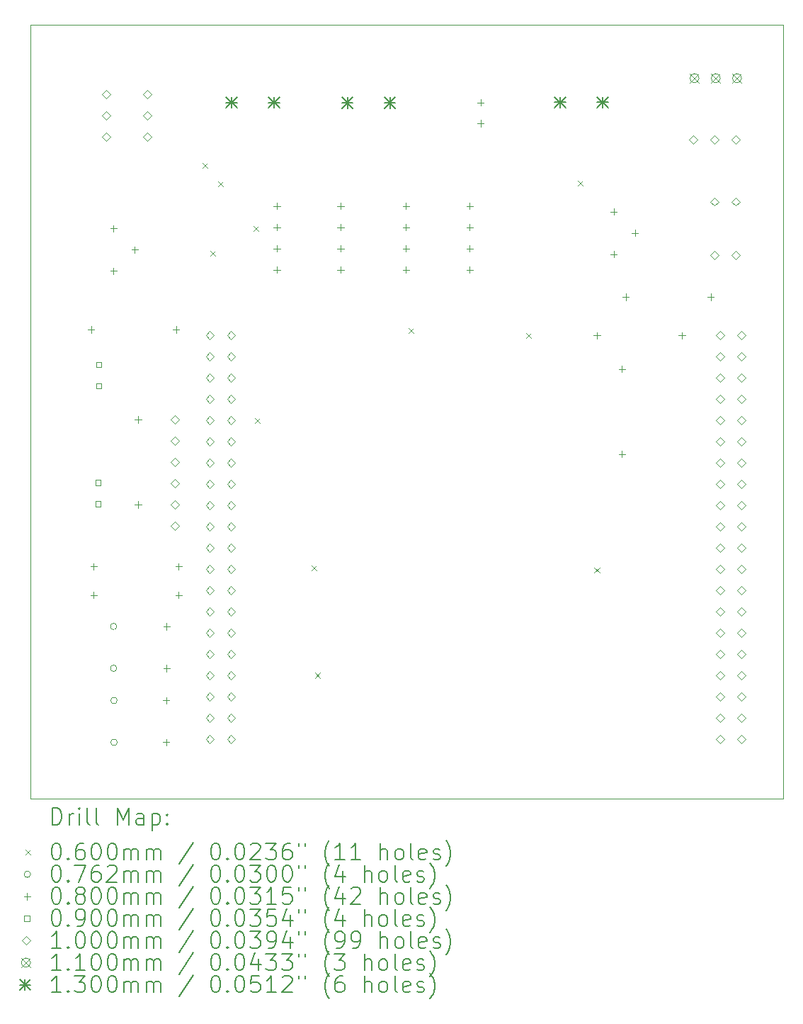
<source format=gbr>
%TF.GenerationSoftware,KiCad,Pcbnew,8.0.0*%
%TF.CreationDate,2024-10-06T10:03:29+02:00*%
%TF.ProjectId,Rayonnement_L476RG,5261796f-6e6e-4656-9d65-6e745f4c3437,rev?*%
%TF.SameCoordinates,Original*%
%TF.FileFunction,Drillmap*%
%TF.FilePolarity,Positive*%
%FSLAX45Y45*%
G04 Gerber Fmt 4.5, Leading zero omitted, Abs format (unit mm)*
G04 Created by KiCad (PCBNEW 8.0.0) date 2024-10-06 10:03:29*
%MOMM*%
%LPD*%
G01*
G04 APERTURE LIST*
%ADD10C,0.050000*%
%ADD11C,0.200000*%
%ADD12C,0.100000*%
%ADD13C,0.110000*%
%ADD14C,0.130000*%
G04 APERTURE END LIST*
D10*
X12350000Y-5805000D02*
X21350000Y-5805000D01*
X21350000Y-15050000D01*
X12350000Y-15050000D01*
X12350000Y-5805000D01*
D11*
D12*
X14405000Y-7455000D02*
X14465000Y-7515000D01*
X14465000Y-7455000D02*
X14405000Y-7515000D01*
X14495000Y-8510000D02*
X14555000Y-8570000D01*
X14555000Y-8510000D02*
X14495000Y-8570000D01*
X14593500Y-7676500D02*
X14653500Y-7736500D01*
X14653500Y-7676500D02*
X14593500Y-7736500D01*
X15015000Y-8210000D02*
X15075000Y-8270000D01*
X15075000Y-8210000D02*
X15015000Y-8270000D01*
X15030000Y-10510000D02*
X15090000Y-10570000D01*
X15090000Y-10510000D02*
X15030000Y-10570000D01*
X15710000Y-12270000D02*
X15770000Y-12330000D01*
X15770000Y-12270000D02*
X15710000Y-12330000D01*
X15750000Y-13550000D02*
X15810000Y-13610000D01*
X15810000Y-13550000D02*
X15750000Y-13610000D01*
X16870000Y-9430000D02*
X16930000Y-9490000D01*
X16930000Y-9430000D02*
X16870000Y-9490000D01*
X18270000Y-9490000D02*
X18330000Y-9550000D01*
X18330000Y-9490000D02*
X18270000Y-9550000D01*
X18890000Y-7670000D02*
X18950000Y-7730000D01*
X18950000Y-7670000D02*
X18890000Y-7730000D01*
X19090000Y-12290000D02*
X19150000Y-12350000D01*
X19150000Y-12290000D02*
X19090000Y-12350000D01*
X13378100Y-12995000D02*
G75*
G02*
X13301900Y-12995000I-38100J0D01*
G01*
X13301900Y-12995000D02*
G75*
G02*
X13378100Y-12995000I38100J0D01*
G01*
X13378100Y-13495000D02*
G75*
G02*
X13301900Y-13495000I-38100J0D01*
G01*
X13301900Y-13495000D02*
G75*
G02*
X13378100Y-13495000I38100J0D01*
G01*
X13383100Y-13880000D02*
G75*
G02*
X13306900Y-13880000I-38100J0D01*
G01*
X13306900Y-13880000D02*
G75*
G02*
X13383100Y-13880000I38100J0D01*
G01*
X13383100Y-14380000D02*
G75*
G02*
X13306900Y-14380000I-38100J0D01*
G01*
X13306900Y-14380000D02*
G75*
G02*
X13383100Y-14380000I38100J0D01*
G01*
X13072000Y-9408000D02*
X13072000Y-9488000D01*
X13032000Y-9448000D02*
X13112000Y-9448000D01*
X13104000Y-12240000D02*
X13104000Y-12320000D01*
X13064000Y-12280000D02*
X13144000Y-12280000D01*
X13104000Y-12580000D02*
X13104000Y-12660000D01*
X13064000Y-12620000D02*
X13144000Y-12620000D01*
X13340000Y-8200000D02*
X13340000Y-8280000D01*
X13300000Y-8240000D02*
X13380000Y-8240000D01*
X13340000Y-8708000D02*
X13340000Y-8788000D01*
X13300000Y-8748000D02*
X13380000Y-8748000D01*
X13594000Y-8454000D02*
X13594000Y-8534000D01*
X13554000Y-8494000D02*
X13634000Y-8494000D01*
X13632000Y-10482000D02*
X13632000Y-10562000D01*
X13592000Y-10522000D02*
X13672000Y-10522000D01*
X13632000Y-11498000D02*
X13632000Y-11578000D01*
X13592000Y-11538000D02*
X13672000Y-11538000D01*
X13970000Y-13840000D02*
X13970000Y-13920000D01*
X13930000Y-13880000D02*
X14010000Y-13880000D01*
X13970000Y-14340000D02*
X13970000Y-14420000D01*
X13930000Y-14380000D02*
X14010000Y-14380000D01*
X13975000Y-12955000D02*
X13975000Y-13035000D01*
X13935000Y-12995000D02*
X14015000Y-12995000D01*
X13975000Y-13455000D02*
X13975000Y-13535000D01*
X13935000Y-13495000D02*
X14015000Y-13495000D01*
X14088000Y-9408000D02*
X14088000Y-9488000D01*
X14048000Y-9448000D02*
X14128000Y-9448000D01*
X14120000Y-12240000D02*
X14120000Y-12320000D01*
X14080000Y-12280000D02*
X14160000Y-12280000D01*
X14120000Y-12580000D02*
X14120000Y-12660000D01*
X14080000Y-12620000D02*
X14160000Y-12620000D01*
X15291000Y-7933000D02*
X15291000Y-8013000D01*
X15251000Y-7973000D02*
X15331000Y-7973000D01*
X15291000Y-8187000D02*
X15291000Y-8267000D01*
X15251000Y-8227000D02*
X15331000Y-8227000D01*
X15291000Y-8441000D02*
X15291000Y-8521000D01*
X15251000Y-8481000D02*
X15331000Y-8481000D01*
X15291000Y-8695000D02*
X15291000Y-8775000D01*
X15251000Y-8735000D02*
X15331000Y-8735000D01*
X16053000Y-7933000D02*
X16053000Y-8013000D01*
X16013000Y-7973000D02*
X16093000Y-7973000D01*
X16053000Y-8187000D02*
X16053000Y-8267000D01*
X16013000Y-8227000D02*
X16093000Y-8227000D01*
X16053000Y-8441000D02*
X16053000Y-8521000D01*
X16013000Y-8481000D02*
X16093000Y-8481000D01*
X16053000Y-8695000D02*
X16053000Y-8775000D01*
X16013000Y-8735000D02*
X16093000Y-8735000D01*
X16838000Y-7933000D02*
X16838000Y-8013000D01*
X16798000Y-7973000D02*
X16878000Y-7973000D01*
X16838000Y-8187000D02*
X16838000Y-8267000D01*
X16798000Y-8227000D02*
X16878000Y-8227000D01*
X16838000Y-8441000D02*
X16838000Y-8521000D01*
X16798000Y-8481000D02*
X16878000Y-8481000D01*
X16838000Y-8695000D02*
X16838000Y-8775000D01*
X16798000Y-8735000D02*
X16878000Y-8735000D01*
X17600000Y-7933000D02*
X17600000Y-8013000D01*
X17560000Y-7973000D02*
X17640000Y-7973000D01*
X17600000Y-8187000D02*
X17600000Y-8267000D01*
X17560000Y-8227000D02*
X17640000Y-8227000D01*
X17600000Y-8441000D02*
X17600000Y-8521000D01*
X17560000Y-8481000D02*
X17640000Y-8481000D01*
X17600000Y-8695000D02*
X17600000Y-8775000D01*
X17560000Y-8735000D02*
X17640000Y-8735000D01*
X17728500Y-6695000D02*
X17728500Y-6775000D01*
X17688500Y-6735000D02*
X17768500Y-6735000D01*
X17728500Y-6945000D02*
X17728500Y-7025000D01*
X17688500Y-6985000D02*
X17768500Y-6985000D01*
X19120000Y-9480000D02*
X19120000Y-9560000D01*
X19080000Y-9520000D02*
X19160000Y-9520000D01*
X19320000Y-8000000D02*
X19320000Y-8080000D01*
X19280000Y-8040000D02*
X19360000Y-8040000D01*
X19320000Y-8508000D02*
X19320000Y-8588000D01*
X19280000Y-8548000D02*
X19360000Y-8548000D01*
X19420000Y-9880000D02*
X19420000Y-9960000D01*
X19380000Y-9920000D02*
X19460000Y-9920000D01*
X19420000Y-10896000D02*
X19420000Y-10976000D01*
X19380000Y-10936000D02*
X19460000Y-10936000D01*
X19464000Y-9020000D02*
X19464000Y-9100000D01*
X19424000Y-9060000D02*
X19504000Y-9060000D01*
X19574000Y-8254000D02*
X19574000Y-8334000D01*
X19534000Y-8294000D02*
X19614000Y-8294000D01*
X20136000Y-9480000D02*
X20136000Y-9560000D01*
X20096000Y-9520000D02*
X20176000Y-9520000D01*
X20480000Y-9020000D02*
X20480000Y-9100000D01*
X20440000Y-9060000D02*
X20520000Y-9060000D01*
X13186820Y-11310820D02*
X13186820Y-11247180D01*
X13123180Y-11247180D01*
X13123180Y-11310820D01*
X13186820Y-11310820D01*
X13186820Y-11564820D02*
X13186820Y-11501180D01*
X13123180Y-11501180D01*
X13123180Y-11564820D01*
X13186820Y-11564820D01*
X13196820Y-9900820D02*
X13196820Y-9837180D01*
X13133180Y-9837180D01*
X13133180Y-9900820D01*
X13196820Y-9900820D01*
X13196820Y-10154820D02*
X13196820Y-10091180D01*
X13133180Y-10091180D01*
X13133180Y-10154820D01*
X13196820Y-10154820D01*
X13250000Y-6687000D02*
X13300000Y-6637000D01*
X13250000Y-6587000D01*
X13200000Y-6637000D01*
X13250000Y-6687000D01*
X13250000Y-6941000D02*
X13300000Y-6891000D01*
X13250000Y-6841000D01*
X13200000Y-6891000D01*
X13250000Y-6941000D01*
X13250000Y-7195000D02*
X13300000Y-7145000D01*
X13250000Y-7095000D01*
X13200000Y-7145000D01*
X13250000Y-7195000D01*
X13745000Y-6687000D02*
X13795000Y-6637000D01*
X13745000Y-6587000D01*
X13695000Y-6637000D01*
X13745000Y-6687000D01*
X13745000Y-6941000D02*
X13795000Y-6891000D01*
X13745000Y-6841000D01*
X13695000Y-6891000D01*
X13745000Y-6941000D01*
X13745000Y-7195000D02*
X13795000Y-7145000D01*
X13745000Y-7095000D01*
X13695000Y-7145000D01*
X13745000Y-7195000D01*
X14075000Y-10575000D02*
X14125000Y-10525000D01*
X14075000Y-10475000D01*
X14025000Y-10525000D01*
X14075000Y-10575000D01*
X14075000Y-10829000D02*
X14125000Y-10779000D01*
X14075000Y-10729000D01*
X14025000Y-10779000D01*
X14075000Y-10829000D01*
X14075000Y-11083000D02*
X14125000Y-11033000D01*
X14075000Y-10983000D01*
X14025000Y-11033000D01*
X14075000Y-11083000D01*
X14075000Y-11337000D02*
X14125000Y-11287000D01*
X14075000Y-11237000D01*
X14025000Y-11287000D01*
X14075000Y-11337000D01*
X14075000Y-11591000D02*
X14125000Y-11541000D01*
X14075000Y-11491000D01*
X14025000Y-11541000D01*
X14075000Y-11591000D01*
X14075000Y-11845000D02*
X14125000Y-11795000D01*
X14075000Y-11745000D01*
X14025000Y-11795000D01*
X14075000Y-11845000D01*
X14492000Y-9568000D02*
X14542000Y-9518000D01*
X14492000Y-9468000D01*
X14442000Y-9518000D01*
X14492000Y-9568000D01*
X14492000Y-9822000D02*
X14542000Y-9772000D01*
X14492000Y-9722000D01*
X14442000Y-9772000D01*
X14492000Y-9822000D01*
X14492000Y-10076000D02*
X14542000Y-10026000D01*
X14492000Y-9976000D01*
X14442000Y-10026000D01*
X14492000Y-10076000D01*
X14492000Y-10330000D02*
X14542000Y-10280000D01*
X14492000Y-10230000D01*
X14442000Y-10280000D01*
X14492000Y-10330000D01*
X14492000Y-10584000D02*
X14542000Y-10534000D01*
X14492000Y-10484000D01*
X14442000Y-10534000D01*
X14492000Y-10584000D01*
X14492000Y-10838000D02*
X14542000Y-10788000D01*
X14492000Y-10738000D01*
X14442000Y-10788000D01*
X14492000Y-10838000D01*
X14492000Y-11092000D02*
X14542000Y-11042000D01*
X14492000Y-10992000D01*
X14442000Y-11042000D01*
X14492000Y-11092000D01*
X14492000Y-11346000D02*
X14542000Y-11296000D01*
X14492000Y-11246000D01*
X14442000Y-11296000D01*
X14492000Y-11346000D01*
X14492000Y-11600000D02*
X14542000Y-11550000D01*
X14492000Y-11500000D01*
X14442000Y-11550000D01*
X14492000Y-11600000D01*
X14492000Y-11854000D02*
X14542000Y-11804000D01*
X14492000Y-11754000D01*
X14442000Y-11804000D01*
X14492000Y-11854000D01*
X14492000Y-12108000D02*
X14542000Y-12058000D01*
X14492000Y-12008000D01*
X14442000Y-12058000D01*
X14492000Y-12108000D01*
X14492000Y-12362000D02*
X14542000Y-12312000D01*
X14492000Y-12262000D01*
X14442000Y-12312000D01*
X14492000Y-12362000D01*
X14492000Y-12616000D02*
X14542000Y-12566000D01*
X14492000Y-12516000D01*
X14442000Y-12566000D01*
X14492000Y-12616000D01*
X14492000Y-12870000D02*
X14542000Y-12820000D01*
X14492000Y-12770000D01*
X14442000Y-12820000D01*
X14492000Y-12870000D01*
X14492000Y-13124000D02*
X14542000Y-13074000D01*
X14492000Y-13024000D01*
X14442000Y-13074000D01*
X14492000Y-13124000D01*
X14492000Y-13378000D02*
X14542000Y-13328000D01*
X14492000Y-13278000D01*
X14442000Y-13328000D01*
X14492000Y-13378000D01*
X14492000Y-13632000D02*
X14542000Y-13582000D01*
X14492000Y-13532000D01*
X14442000Y-13582000D01*
X14492000Y-13632000D01*
X14492000Y-13886000D02*
X14542000Y-13836000D01*
X14492000Y-13786000D01*
X14442000Y-13836000D01*
X14492000Y-13886000D01*
X14492000Y-14140000D02*
X14542000Y-14090000D01*
X14492000Y-14040000D01*
X14442000Y-14090000D01*
X14492000Y-14140000D01*
X14492000Y-14394000D02*
X14542000Y-14344000D01*
X14492000Y-14294000D01*
X14442000Y-14344000D01*
X14492000Y-14394000D01*
X14746000Y-9568000D02*
X14796000Y-9518000D01*
X14746000Y-9468000D01*
X14696000Y-9518000D01*
X14746000Y-9568000D01*
X14746000Y-9822000D02*
X14796000Y-9772000D01*
X14746000Y-9722000D01*
X14696000Y-9772000D01*
X14746000Y-9822000D01*
X14746000Y-10076000D02*
X14796000Y-10026000D01*
X14746000Y-9976000D01*
X14696000Y-10026000D01*
X14746000Y-10076000D01*
X14746000Y-10330000D02*
X14796000Y-10280000D01*
X14746000Y-10230000D01*
X14696000Y-10280000D01*
X14746000Y-10330000D01*
X14746000Y-10584000D02*
X14796000Y-10534000D01*
X14746000Y-10484000D01*
X14696000Y-10534000D01*
X14746000Y-10584000D01*
X14746000Y-10838000D02*
X14796000Y-10788000D01*
X14746000Y-10738000D01*
X14696000Y-10788000D01*
X14746000Y-10838000D01*
X14746000Y-11092000D02*
X14796000Y-11042000D01*
X14746000Y-10992000D01*
X14696000Y-11042000D01*
X14746000Y-11092000D01*
X14746000Y-11346000D02*
X14796000Y-11296000D01*
X14746000Y-11246000D01*
X14696000Y-11296000D01*
X14746000Y-11346000D01*
X14746000Y-11600000D02*
X14796000Y-11550000D01*
X14746000Y-11500000D01*
X14696000Y-11550000D01*
X14746000Y-11600000D01*
X14746000Y-11854000D02*
X14796000Y-11804000D01*
X14746000Y-11754000D01*
X14696000Y-11804000D01*
X14746000Y-11854000D01*
X14746000Y-12108000D02*
X14796000Y-12058000D01*
X14746000Y-12008000D01*
X14696000Y-12058000D01*
X14746000Y-12108000D01*
X14746000Y-12362000D02*
X14796000Y-12312000D01*
X14746000Y-12262000D01*
X14696000Y-12312000D01*
X14746000Y-12362000D01*
X14746000Y-12616000D02*
X14796000Y-12566000D01*
X14746000Y-12516000D01*
X14696000Y-12566000D01*
X14746000Y-12616000D01*
X14746000Y-12870000D02*
X14796000Y-12820000D01*
X14746000Y-12770000D01*
X14696000Y-12820000D01*
X14746000Y-12870000D01*
X14746000Y-13124000D02*
X14796000Y-13074000D01*
X14746000Y-13024000D01*
X14696000Y-13074000D01*
X14746000Y-13124000D01*
X14746000Y-13378000D02*
X14796000Y-13328000D01*
X14746000Y-13278000D01*
X14696000Y-13328000D01*
X14746000Y-13378000D01*
X14746000Y-13632000D02*
X14796000Y-13582000D01*
X14746000Y-13532000D01*
X14696000Y-13582000D01*
X14746000Y-13632000D01*
X14746000Y-13886000D02*
X14796000Y-13836000D01*
X14746000Y-13786000D01*
X14696000Y-13836000D01*
X14746000Y-13886000D01*
X14746000Y-14140000D02*
X14796000Y-14090000D01*
X14746000Y-14040000D01*
X14696000Y-14090000D01*
X14746000Y-14140000D01*
X14746000Y-14394000D02*
X14796000Y-14344000D01*
X14746000Y-14294000D01*
X14696000Y-14344000D01*
X14746000Y-14394000D01*
X20272000Y-7230000D02*
X20322000Y-7180000D01*
X20272000Y-7130000D01*
X20222000Y-7180000D01*
X20272000Y-7230000D01*
X20526000Y-7230000D02*
X20576000Y-7180000D01*
X20526000Y-7130000D01*
X20476000Y-7180000D01*
X20526000Y-7230000D01*
X20526000Y-7970000D02*
X20576000Y-7920000D01*
X20526000Y-7870000D01*
X20476000Y-7920000D01*
X20526000Y-7970000D01*
X20526000Y-8610000D02*
X20576000Y-8560000D01*
X20526000Y-8510000D01*
X20476000Y-8560000D01*
X20526000Y-8610000D01*
X20596000Y-9568000D02*
X20646000Y-9518000D01*
X20596000Y-9468000D01*
X20546000Y-9518000D01*
X20596000Y-9568000D01*
X20596000Y-9822000D02*
X20646000Y-9772000D01*
X20596000Y-9722000D01*
X20546000Y-9772000D01*
X20596000Y-9822000D01*
X20596000Y-10076000D02*
X20646000Y-10026000D01*
X20596000Y-9976000D01*
X20546000Y-10026000D01*
X20596000Y-10076000D01*
X20596000Y-10330000D02*
X20646000Y-10280000D01*
X20596000Y-10230000D01*
X20546000Y-10280000D01*
X20596000Y-10330000D01*
X20596000Y-10584000D02*
X20646000Y-10534000D01*
X20596000Y-10484000D01*
X20546000Y-10534000D01*
X20596000Y-10584000D01*
X20596000Y-10838000D02*
X20646000Y-10788000D01*
X20596000Y-10738000D01*
X20546000Y-10788000D01*
X20596000Y-10838000D01*
X20596000Y-11092000D02*
X20646000Y-11042000D01*
X20596000Y-10992000D01*
X20546000Y-11042000D01*
X20596000Y-11092000D01*
X20596000Y-11346000D02*
X20646000Y-11296000D01*
X20596000Y-11246000D01*
X20546000Y-11296000D01*
X20596000Y-11346000D01*
X20596000Y-11600000D02*
X20646000Y-11550000D01*
X20596000Y-11500000D01*
X20546000Y-11550000D01*
X20596000Y-11600000D01*
X20596000Y-11854000D02*
X20646000Y-11804000D01*
X20596000Y-11754000D01*
X20546000Y-11804000D01*
X20596000Y-11854000D01*
X20596000Y-12108000D02*
X20646000Y-12058000D01*
X20596000Y-12008000D01*
X20546000Y-12058000D01*
X20596000Y-12108000D01*
X20596000Y-12362000D02*
X20646000Y-12312000D01*
X20596000Y-12262000D01*
X20546000Y-12312000D01*
X20596000Y-12362000D01*
X20596000Y-12616000D02*
X20646000Y-12566000D01*
X20596000Y-12516000D01*
X20546000Y-12566000D01*
X20596000Y-12616000D01*
X20596000Y-12870000D02*
X20646000Y-12820000D01*
X20596000Y-12770000D01*
X20546000Y-12820000D01*
X20596000Y-12870000D01*
X20596000Y-13124000D02*
X20646000Y-13074000D01*
X20596000Y-13024000D01*
X20546000Y-13074000D01*
X20596000Y-13124000D01*
X20596000Y-13378000D02*
X20646000Y-13328000D01*
X20596000Y-13278000D01*
X20546000Y-13328000D01*
X20596000Y-13378000D01*
X20596000Y-13632000D02*
X20646000Y-13582000D01*
X20596000Y-13532000D01*
X20546000Y-13582000D01*
X20596000Y-13632000D01*
X20596000Y-13886000D02*
X20646000Y-13836000D01*
X20596000Y-13786000D01*
X20546000Y-13836000D01*
X20596000Y-13886000D01*
X20596000Y-14140000D02*
X20646000Y-14090000D01*
X20596000Y-14040000D01*
X20546000Y-14090000D01*
X20596000Y-14140000D01*
X20596000Y-14394000D02*
X20646000Y-14344000D01*
X20596000Y-14294000D01*
X20546000Y-14344000D01*
X20596000Y-14394000D01*
X20780000Y-7230000D02*
X20830000Y-7180000D01*
X20780000Y-7130000D01*
X20730000Y-7180000D01*
X20780000Y-7230000D01*
X20780000Y-7970000D02*
X20830000Y-7920000D01*
X20780000Y-7870000D01*
X20730000Y-7920000D01*
X20780000Y-7970000D01*
X20780000Y-8610000D02*
X20830000Y-8560000D01*
X20780000Y-8510000D01*
X20730000Y-8560000D01*
X20780000Y-8610000D01*
X20850000Y-9568000D02*
X20900000Y-9518000D01*
X20850000Y-9468000D01*
X20800000Y-9518000D01*
X20850000Y-9568000D01*
X20850000Y-9822000D02*
X20900000Y-9772000D01*
X20850000Y-9722000D01*
X20800000Y-9772000D01*
X20850000Y-9822000D01*
X20850000Y-10076000D02*
X20900000Y-10026000D01*
X20850000Y-9976000D01*
X20800000Y-10026000D01*
X20850000Y-10076000D01*
X20850000Y-10330000D02*
X20900000Y-10280000D01*
X20850000Y-10230000D01*
X20800000Y-10280000D01*
X20850000Y-10330000D01*
X20850000Y-10584000D02*
X20900000Y-10534000D01*
X20850000Y-10484000D01*
X20800000Y-10534000D01*
X20850000Y-10584000D01*
X20850000Y-10838000D02*
X20900000Y-10788000D01*
X20850000Y-10738000D01*
X20800000Y-10788000D01*
X20850000Y-10838000D01*
X20850000Y-11092000D02*
X20900000Y-11042000D01*
X20850000Y-10992000D01*
X20800000Y-11042000D01*
X20850000Y-11092000D01*
X20850000Y-11346000D02*
X20900000Y-11296000D01*
X20850000Y-11246000D01*
X20800000Y-11296000D01*
X20850000Y-11346000D01*
X20850000Y-11600000D02*
X20900000Y-11550000D01*
X20850000Y-11500000D01*
X20800000Y-11550000D01*
X20850000Y-11600000D01*
X20850000Y-11854000D02*
X20900000Y-11804000D01*
X20850000Y-11754000D01*
X20800000Y-11804000D01*
X20850000Y-11854000D01*
X20850000Y-12108000D02*
X20900000Y-12058000D01*
X20850000Y-12008000D01*
X20800000Y-12058000D01*
X20850000Y-12108000D01*
X20850000Y-12362000D02*
X20900000Y-12312000D01*
X20850000Y-12262000D01*
X20800000Y-12312000D01*
X20850000Y-12362000D01*
X20850000Y-12616000D02*
X20900000Y-12566000D01*
X20850000Y-12516000D01*
X20800000Y-12566000D01*
X20850000Y-12616000D01*
X20850000Y-12870000D02*
X20900000Y-12820000D01*
X20850000Y-12770000D01*
X20800000Y-12820000D01*
X20850000Y-12870000D01*
X20850000Y-13124000D02*
X20900000Y-13074000D01*
X20850000Y-13024000D01*
X20800000Y-13074000D01*
X20850000Y-13124000D01*
X20850000Y-13378000D02*
X20900000Y-13328000D01*
X20850000Y-13278000D01*
X20800000Y-13328000D01*
X20850000Y-13378000D01*
X20850000Y-13632000D02*
X20900000Y-13582000D01*
X20850000Y-13532000D01*
X20800000Y-13582000D01*
X20850000Y-13632000D01*
X20850000Y-13886000D02*
X20900000Y-13836000D01*
X20850000Y-13786000D01*
X20800000Y-13836000D01*
X20850000Y-13886000D01*
X20850000Y-14140000D02*
X20900000Y-14090000D01*
X20850000Y-14040000D01*
X20800000Y-14090000D01*
X20850000Y-14140000D01*
X20850000Y-14394000D02*
X20900000Y-14344000D01*
X20850000Y-14294000D01*
X20800000Y-14344000D01*
X20850000Y-14394000D01*
D13*
X20231000Y-6390500D02*
X20341000Y-6500500D01*
X20341000Y-6390500D02*
X20231000Y-6500500D01*
X20341000Y-6445500D02*
G75*
G02*
X20231000Y-6445500I-55000J0D01*
G01*
X20231000Y-6445500D02*
G75*
G02*
X20341000Y-6445500I55000J0D01*
G01*
X20485000Y-6390500D02*
X20595000Y-6500500D01*
X20595000Y-6390500D02*
X20485000Y-6500500D01*
X20595000Y-6445500D02*
G75*
G02*
X20485000Y-6445500I-55000J0D01*
G01*
X20485000Y-6445500D02*
G75*
G02*
X20595000Y-6445500I55000J0D01*
G01*
X20739000Y-6390500D02*
X20849000Y-6500500D01*
X20849000Y-6390500D02*
X20739000Y-6500500D01*
X20849000Y-6445500D02*
G75*
G02*
X20739000Y-6445500I-55000J0D01*
G01*
X20739000Y-6445500D02*
G75*
G02*
X20849000Y-6445500I55000J0D01*
G01*
D14*
X14685500Y-6670000D02*
X14815500Y-6800000D01*
X14815500Y-6670000D02*
X14685500Y-6800000D01*
X14750500Y-6670000D02*
X14750500Y-6800000D01*
X14685500Y-6735000D02*
X14815500Y-6735000D01*
X15193500Y-6670000D02*
X15323500Y-6800000D01*
X15323500Y-6670000D02*
X15193500Y-6800000D01*
X15258500Y-6670000D02*
X15258500Y-6800000D01*
X15193500Y-6735000D02*
X15323500Y-6735000D01*
X16071500Y-6675000D02*
X16201500Y-6805000D01*
X16201500Y-6675000D02*
X16071500Y-6805000D01*
X16136500Y-6675000D02*
X16136500Y-6805000D01*
X16071500Y-6740000D02*
X16201500Y-6740000D01*
X16579500Y-6675000D02*
X16709500Y-6805000D01*
X16709500Y-6675000D02*
X16579500Y-6805000D01*
X16644500Y-6675000D02*
X16644500Y-6805000D01*
X16579500Y-6740000D02*
X16709500Y-6740000D01*
X18615000Y-6668500D02*
X18745000Y-6798500D01*
X18745000Y-6668500D02*
X18615000Y-6798500D01*
X18680000Y-6668500D02*
X18680000Y-6798500D01*
X18615000Y-6733500D02*
X18745000Y-6733500D01*
X19123000Y-6668500D02*
X19253000Y-6798500D01*
X19253000Y-6668500D02*
X19123000Y-6798500D01*
X19188000Y-6668500D02*
X19188000Y-6798500D01*
X19123000Y-6733500D02*
X19253000Y-6733500D01*
D11*
X12608277Y-15363984D02*
X12608277Y-15163984D01*
X12608277Y-15163984D02*
X12655896Y-15163984D01*
X12655896Y-15163984D02*
X12684467Y-15173508D01*
X12684467Y-15173508D02*
X12703515Y-15192555D01*
X12703515Y-15192555D02*
X12713039Y-15211603D01*
X12713039Y-15211603D02*
X12722562Y-15249698D01*
X12722562Y-15249698D02*
X12722562Y-15278269D01*
X12722562Y-15278269D02*
X12713039Y-15316365D01*
X12713039Y-15316365D02*
X12703515Y-15335412D01*
X12703515Y-15335412D02*
X12684467Y-15354460D01*
X12684467Y-15354460D02*
X12655896Y-15363984D01*
X12655896Y-15363984D02*
X12608277Y-15363984D01*
X12808277Y-15363984D02*
X12808277Y-15230650D01*
X12808277Y-15268746D02*
X12817801Y-15249698D01*
X12817801Y-15249698D02*
X12827324Y-15240174D01*
X12827324Y-15240174D02*
X12846372Y-15230650D01*
X12846372Y-15230650D02*
X12865420Y-15230650D01*
X12932086Y-15363984D02*
X12932086Y-15230650D01*
X12932086Y-15163984D02*
X12922562Y-15173508D01*
X12922562Y-15173508D02*
X12932086Y-15183031D01*
X12932086Y-15183031D02*
X12941610Y-15173508D01*
X12941610Y-15173508D02*
X12932086Y-15163984D01*
X12932086Y-15163984D02*
X12932086Y-15183031D01*
X13055896Y-15363984D02*
X13036848Y-15354460D01*
X13036848Y-15354460D02*
X13027324Y-15335412D01*
X13027324Y-15335412D02*
X13027324Y-15163984D01*
X13160658Y-15363984D02*
X13141610Y-15354460D01*
X13141610Y-15354460D02*
X13132086Y-15335412D01*
X13132086Y-15335412D02*
X13132086Y-15163984D01*
X13389229Y-15363984D02*
X13389229Y-15163984D01*
X13389229Y-15163984D02*
X13455896Y-15306841D01*
X13455896Y-15306841D02*
X13522562Y-15163984D01*
X13522562Y-15163984D02*
X13522562Y-15363984D01*
X13703515Y-15363984D02*
X13703515Y-15259222D01*
X13703515Y-15259222D02*
X13693991Y-15240174D01*
X13693991Y-15240174D02*
X13674943Y-15230650D01*
X13674943Y-15230650D02*
X13636848Y-15230650D01*
X13636848Y-15230650D02*
X13617801Y-15240174D01*
X13703515Y-15354460D02*
X13684467Y-15363984D01*
X13684467Y-15363984D02*
X13636848Y-15363984D01*
X13636848Y-15363984D02*
X13617801Y-15354460D01*
X13617801Y-15354460D02*
X13608277Y-15335412D01*
X13608277Y-15335412D02*
X13608277Y-15316365D01*
X13608277Y-15316365D02*
X13617801Y-15297317D01*
X13617801Y-15297317D02*
X13636848Y-15287793D01*
X13636848Y-15287793D02*
X13684467Y-15287793D01*
X13684467Y-15287793D02*
X13703515Y-15278269D01*
X13798753Y-15230650D02*
X13798753Y-15430650D01*
X13798753Y-15240174D02*
X13817801Y-15230650D01*
X13817801Y-15230650D02*
X13855896Y-15230650D01*
X13855896Y-15230650D02*
X13874943Y-15240174D01*
X13874943Y-15240174D02*
X13884467Y-15249698D01*
X13884467Y-15249698D02*
X13893991Y-15268746D01*
X13893991Y-15268746D02*
X13893991Y-15325888D01*
X13893991Y-15325888D02*
X13884467Y-15344936D01*
X13884467Y-15344936D02*
X13874943Y-15354460D01*
X13874943Y-15354460D02*
X13855896Y-15363984D01*
X13855896Y-15363984D02*
X13817801Y-15363984D01*
X13817801Y-15363984D02*
X13798753Y-15354460D01*
X13979705Y-15344936D02*
X13989229Y-15354460D01*
X13989229Y-15354460D02*
X13979705Y-15363984D01*
X13979705Y-15363984D02*
X13970182Y-15354460D01*
X13970182Y-15354460D02*
X13979705Y-15344936D01*
X13979705Y-15344936D02*
X13979705Y-15363984D01*
X13979705Y-15240174D02*
X13989229Y-15249698D01*
X13989229Y-15249698D02*
X13979705Y-15259222D01*
X13979705Y-15259222D02*
X13970182Y-15249698D01*
X13970182Y-15249698D02*
X13979705Y-15240174D01*
X13979705Y-15240174D02*
X13979705Y-15259222D01*
D12*
X12287500Y-15662500D02*
X12347500Y-15722500D01*
X12347500Y-15662500D02*
X12287500Y-15722500D01*
D11*
X12646372Y-15583984D02*
X12665420Y-15583984D01*
X12665420Y-15583984D02*
X12684467Y-15593508D01*
X12684467Y-15593508D02*
X12693991Y-15603031D01*
X12693991Y-15603031D02*
X12703515Y-15622079D01*
X12703515Y-15622079D02*
X12713039Y-15660174D01*
X12713039Y-15660174D02*
X12713039Y-15707793D01*
X12713039Y-15707793D02*
X12703515Y-15745888D01*
X12703515Y-15745888D02*
X12693991Y-15764936D01*
X12693991Y-15764936D02*
X12684467Y-15774460D01*
X12684467Y-15774460D02*
X12665420Y-15783984D01*
X12665420Y-15783984D02*
X12646372Y-15783984D01*
X12646372Y-15783984D02*
X12627324Y-15774460D01*
X12627324Y-15774460D02*
X12617801Y-15764936D01*
X12617801Y-15764936D02*
X12608277Y-15745888D01*
X12608277Y-15745888D02*
X12598753Y-15707793D01*
X12598753Y-15707793D02*
X12598753Y-15660174D01*
X12598753Y-15660174D02*
X12608277Y-15622079D01*
X12608277Y-15622079D02*
X12617801Y-15603031D01*
X12617801Y-15603031D02*
X12627324Y-15593508D01*
X12627324Y-15593508D02*
X12646372Y-15583984D01*
X12798753Y-15764936D02*
X12808277Y-15774460D01*
X12808277Y-15774460D02*
X12798753Y-15783984D01*
X12798753Y-15783984D02*
X12789229Y-15774460D01*
X12789229Y-15774460D02*
X12798753Y-15764936D01*
X12798753Y-15764936D02*
X12798753Y-15783984D01*
X12979705Y-15583984D02*
X12941610Y-15583984D01*
X12941610Y-15583984D02*
X12922562Y-15593508D01*
X12922562Y-15593508D02*
X12913039Y-15603031D01*
X12913039Y-15603031D02*
X12893991Y-15631603D01*
X12893991Y-15631603D02*
X12884467Y-15669698D01*
X12884467Y-15669698D02*
X12884467Y-15745888D01*
X12884467Y-15745888D02*
X12893991Y-15764936D01*
X12893991Y-15764936D02*
X12903515Y-15774460D01*
X12903515Y-15774460D02*
X12922562Y-15783984D01*
X12922562Y-15783984D02*
X12960658Y-15783984D01*
X12960658Y-15783984D02*
X12979705Y-15774460D01*
X12979705Y-15774460D02*
X12989229Y-15764936D01*
X12989229Y-15764936D02*
X12998753Y-15745888D01*
X12998753Y-15745888D02*
X12998753Y-15698269D01*
X12998753Y-15698269D02*
X12989229Y-15679222D01*
X12989229Y-15679222D02*
X12979705Y-15669698D01*
X12979705Y-15669698D02*
X12960658Y-15660174D01*
X12960658Y-15660174D02*
X12922562Y-15660174D01*
X12922562Y-15660174D02*
X12903515Y-15669698D01*
X12903515Y-15669698D02*
X12893991Y-15679222D01*
X12893991Y-15679222D02*
X12884467Y-15698269D01*
X13122562Y-15583984D02*
X13141610Y-15583984D01*
X13141610Y-15583984D02*
X13160658Y-15593508D01*
X13160658Y-15593508D02*
X13170182Y-15603031D01*
X13170182Y-15603031D02*
X13179705Y-15622079D01*
X13179705Y-15622079D02*
X13189229Y-15660174D01*
X13189229Y-15660174D02*
X13189229Y-15707793D01*
X13189229Y-15707793D02*
X13179705Y-15745888D01*
X13179705Y-15745888D02*
X13170182Y-15764936D01*
X13170182Y-15764936D02*
X13160658Y-15774460D01*
X13160658Y-15774460D02*
X13141610Y-15783984D01*
X13141610Y-15783984D02*
X13122562Y-15783984D01*
X13122562Y-15783984D02*
X13103515Y-15774460D01*
X13103515Y-15774460D02*
X13093991Y-15764936D01*
X13093991Y-15764936D02*
X13084467Y-15745888D01*
X13084467Y-15745888D02*
X13074943Y-15707793D01*
X13074943Y-15707793D02*
X13074943Y-15660174D01*
X13074943Y-15660174D02*
X13084467Y-15622079D01*
X13084467Y-15622079D02*
X13093991Y-15603031D01*
X13093991Y-15603031D02*
X13103515Y-15593508D01*
X13103515Y-15593508D02*
X13122562Y-15583984D01*
X13313039Y-15583984D02*
X13332086Y-15583984D01*
X13332086Y-15583984D02*
X13351134Y-15593508D01*
X13351134Y-15593508D02*
X13360658Y-15603031D01*
X13360658Y-15603031D02*
X13370182Y-15622079D01*
X13370182Y-15622079D02*
X13379705Y-15660174D01*
X13379705Y-15660174D02*
X13379705Y-15707793D01*
X13379705Y-15707793D02*
X13370182Y-15745888D01*
X13370182Y-15745888D02*
X13360658Y-15764936D01*
X13360658Y-15764936D02*
X13351134Y-15774460D01*
X13351134Y-15774460D02*
X13332086Y-15783984D01*
X13332086Y-15783984D02*
X13313039Y-15783984D01*
X13313039Y-15783984D02*
X13293991Y-15774460D01*
X13293991Y-15774460D02*
X13284467Y-15764936D01*
X13284467Y-15764936D02*
X13274943Y-15745888D01*
X13274943Y-15745888D02*
X13265420Y-15707793D01*
X13265420Y-15707793D02*
X13265420Y-15660174D01*
X13265420Y-15660174D02*
X13274943Y-15622079D01*
X13274943Y-15622079D02*
X13284467Y-15603031D01*
X13284467Y-15603031D02*
X13293991Y-15593508D01*
X13293991Y-15593508D02*
X13313039Y-15583984D01*
X13465420Y-15783984D02*
X13465420Y-15650650D01*
X13465420Y-15669698D02*
X13474943Y-15660174D01*
X13474943Y-15660174D02*
X13493991Y-15650650D01*
X13493991Y-15650650D02*
X13522563Y-15650650D01*
X13522563Y-15650650D02*
X13541610Y-15660174D01*
X13541610Y-15660174D02*
X13551134Y-15679222D01*
X13551134Y-15679222D02*
X13551134Y-15783984D01*
X13551134Y-15679222D02*
X13560658Y-15660174D01*
X13560658Y-15660174D02*
X13579705Y-15650650D01*
X13579705Y-15650650D02*
X13608277Y-15650650D01*
X13608277Y-15650650D02*
X13627324Y-15660174D01*
X13627324Y-15660174D02*
X13636848Y-15679222D01*
X13636848Y-15679222D02*
X13636848Y-15783984D01*
X13732086Y-15783984D02*
X13732086Y-15650650D01*
X13732086Y-15669698D02*
X13741610Y-15660174D01*
X13741610Y-15660174D02*
X13760658Y-15650650D01*
X13760658Y-15650650D02*
X13789229Y-15650650D01*
X13789229Y-15650650D02*
X13808277Y-15660174D01*
X13808277Y-15660174D02*
X13817801Y-15679222D01*
X13817801Y-15679222D02*
X13817801Y-15783984D01*
X13817801Y-15679222D02*
X13827324Y-15660174D01*
X13827324Y-15660174D02*
X13846372Y-15650650D01*
X13846372Y-15650650D02*
X13874943Y-15650650D01*
X13874943Y-15650650D02*
X13893991Y-15660174D01*
X13893991Y-15660174D02*
X13903515Y-15679222D01*
X13903515Y-15679222D02*
X13903515Y-15783984D01*
X14293991Y-15574460D02*
X14122563Y-15831603D01*
X14551134Y-15583984D02*
X14570182Y-15583984D01*
X14570182Y-15583984D02*
X14589229Y-15593508D01*
X14589229Y-15593508D02*
X14598753Y-15603031D01*
X14598753Y-15603031D02*
X14608277Y-15622079D01*
X14608277Y-15622079D02*
X14617801Y-15660174D01*
X14617801Y-15660174D02*
X14617801Y-15707793D01*
X14617801Y-15707793D02*
X14608277Y-15745888D01*
X14608277Y-15745888D02*
X14598753Y-15764936D01*
X14598753Y-15764936D02*
X14589229Y-15774460D01*
X14589229Y-15774460D02*
X14570182Y-15783984D01*
X14570182Y-15783984D02*
X14551134Y-15783984D01*
X14551134Y-15783984D02*
X14532086Y-15774460D01*
X14532086Y-15774460D02*
X14522563Y-15764936D01*
X14522563Y-15764936D02*
X14513039Y-15745888D01*
X14513039Y-15745888D02*
X14503515Y-15707793D01*
X14503515Y-15707793D02*
X14503515Y-15660174D01*
X14503515Y-15660174D02*
X14513039Y-15622079D01*
X14513039Y-15622079D02*
X14522563Y-15603031D01*
X14522563Y-15603031D02*
X14532086Y-15593508D01*
X14532086Y-15593508D02*
X14551134Y-15583984D01*
X14703515Y-15764936D02*
X14713039Y-15774460D01*
X14713039Y-15774460D02*
X14703515Y-15783984D01*
X14703515Y-15783984D02*
X14693991Y-15774460D01*
X14693991Y-15774460D02*
X14703515Y-15764936D01*
X14703515Y-15764936D02*
X14703515Y-15783984D01*
X14836848Y-15583984D02*
X14855896Y-15583984D01*
X14855896Y-15583984D02*
X14874944Y-15593508D01*
X14874944Y-15593508D02*
X14884467Y-15603031D01*
X14884467Y-15603031D02*
X14893991Y-15622079D01*
X14893991Y-15622079D02*
X14903515Y-15660174D01*
X14903515Y-15660174D02*
X14903515Y-15707793D01*
X14903515Y-15707793D02*
X14893991Y-15745888D01*
X14893991Y-15745888D02*
X14884467Y-15764936D01*
X14884467Y-15764936D02*
X14874944Y-15774460D01*
X14874944Y-15774460D02*
X14855896Y-15783984D01*
X14855896Y-15783984D02*
X14836848Y-15783984D01*
X14836848Y-15783984D02*
X14817801Y-15774460D01*
X14817801Y-15774460D02*
X14808277Y-15764936D01*
X14808277Y-15764936D02*
X14798753Y-15745888D01*
X14798753Y-15745888D02*
X14789229Y-15707793D01*
X14789229Y-15707793D02*
X14789229Y-15660174D01*
X14789229Y-15660174D02*
X14798753Y-15622079D01*
X14798753Y-15622079D02*
X14808277Y-15603031D01*
X14808277Y-15603031D02*
X14817801Y-15593508D01*
X14817801Y-15593508D02*
X14836848Y-15583984D01*
X14979706Y-15603031D02*
X14989229Y-15593508D01*
X14989229Y-15593508D02*
X15008277Y-15583984D01*
X15008277Y-15583984D02*
X15055896Y-15583984D01*
X15055896Y-15583984D02*
X15074944Y-15593508D01*
X15074944Y-15593508D02*
X15084467Y-15603031D01*
X15084467Y-15603031D02*
X15093991Y-15622079D01*
X15093991Y-15622079D02*
X15093991Y-15641127D01*
X15093991Y-15641127D02*
X15084467Y-15669698D01*
X15084467Y-15669698D02*
X14970182Y-15783984D01*
X14970182Y-15783984D02*
X15093991Y-15783984D01*
X15160658Y-15583984D02*
X15284467Y-15583984D01*
X15284467Y-15583984D02*
X15217801Y-15660174D01*
X15217801Y-15660174D02*
X15246372Y-15660174D01*
X15246372Y-15660174D02*
X15265420Y-15669698D01*
X15265420Y-15669698D02*
X15274944Y-15679222D01*
X15274944Y-15679222D02*
X15284467Y-15698269D01*
X15284467Y-15698269D02*
X15284467Y-15745888D01*
X15284467Y-15745888D02*
X15274944Y-15764936D01*
X15274944Y-15764936D02*
X15265420Y-15774460D01*
X15265420Y-15774460D02*
X15246372Y-15783984D01*
X15246372Y-15783984D02*
X15189229Y-15783984D01*
X15189229Y-15783984D02*
X15170182Y-15774460D01*
X15170182Y-15774460D02*
X15160658Y-15764936D01*
X15455896Y-15583984D02*
X15417801Y-15583984D01*
X15417801Y-15583984D02*
X15398753Y-15593508D01*
X15398753Y-15593508D02*
X15389229Y-15603031D01*
X15389229Y-15603031D02*
X15370182Y-15631603D01*
X15370182Y-15631603D02*
X15360658Y-15669698D01*
X15360658Y-15669698D02*
X15360658Y-15745888D01*
X15360658Y-15745888D02*
X15370182Y-15764936D01*
X15370182Y-15764936D02*
X15379706Y-15774460D01*
X15379706Y-15774460D02*
X15398753Y-15783984D01*
X15398753Y-15783984D02*
X15436848Y-15783984D01*
X15436848Y-15783984D02*
X15455896Y-15774460D01*
X15455896Y-15774460D02*
X15465420Y-15764936D01*
X15465420Y-15764936D02*
X15474944Y-15745888D01*
X15474944Y-15745888D02*
X15474944Y-15698269D01*
X15474944Y-15698269D02*
X15465420Y-15679222D01*
X15465420Y-15679222D02*
X15455896Y-15669698D01*
X15455896Y-15669698D02*
X15436848Y-15660174D01*
X15436848Y-15660174D02*
X15398753Y-15660174D01*
X15398753Y-15660174D02*
X15379706Y-15669698D01*
X15379706Y-15669698D02*
X15370182Y-15679222D01*
X15370182Y-15679222D02*
X15360658Y-15698269D01*
X15551134Y-15583984D02*
X15551134Y-15622079D01*
X15627325Y-15583984D02*
X15627325Y-15622079D01*
X15922563Y-15860174D02*
X15913039Y-15850650D01*
X15913039Y-15850650D02*
X15893991Y-15822079D01*
X15893991Y-15822079D02*
X15884468Y-15803031D01*
X15884468Y-15803031D02*
X15874944Y-15774460D01*
X15874944Y-15774460D02*
X15865420Y-15726841D01*
X15865420Y-15726841D02*
X15865420Y-15688746D01*
X15865420Y-15688746D02*
X15874944Y-15641127D01*
X15874944Y-15641127D02*
X15884468Y-15612555D01*
X15884468Y-15612555D02*
X15893991Y-15593508D01*
X15893991Y-15593508D02*
X15913039Y-15564936D01*
X15913039Y-15564936D02*
X15922563Y-15555412D01*
X16103515Y-15783984D02*
X15989229Y-15783984D01*
X16046372Y-15783984D02*
X16046372Y-15583984D01*
X16046372Y-15583984D02*
X16027325Y-15612555D01*
X16027325Y-15612555D02*
X16008277Y-15631603D01*
X16008277Y-15631603D02*
X15989229Y-15641127D01*
X16293991Y-15783984D02*
X16179706Y-15783984D01*
X16236848Y-15783984D02*
X16236848Y-15583984D01*
X16236848Y-15583984D02*
X16217801Y-15612555D01*
X16217801Y-15612555D02*
X16198753Y-15631603D01*
X16198753Y-15631603D02*
X16179706Y-15641127D01*
X16532087Y-15783984D02*
X16532087Y-15583984D01*
X16617801Y-15783984D02*
X16617801Y-15679222D01*
X16617801Y-15679222D02*
X16608277Y-15660174D01*
X16608277Y-15660174D02*
X16589230Y-15650650D01*
X16589230Y-15650650D02*
X16560658Y-15650650D01*
X16560658Y-15650650D02*
X16541610Y-15660174D01*
X16541610Y-15660174D02*
X16532087Y-15669698D01*
X16741610Y-15783984D02*
X16722563Y-15774460D01*
X16722563Y-15774460D02*
X16713039Y-15764936D01*
X16713039Y-15764936D02*
X16703515Y-15745888D01*
X16703515Y-15745888D02*
X16703515Y-15688746D01*
X16703515Y-15688746D02*
X16713039Y-15669698D01*
X16713039Y-15669698D02*
X16722563Y-15660174D01*
X16722563Y-15660174D02*
X16741610Y-15650650D01*
X16741610Y-15650650D02*
X16770182Y-15650650D01*
X16770182Y-15650650D02*
X16789230Y-15660174D01*
X16789230Y-15660174D02*
X16798753Y-15669698D01*
X16798753Y-15669698D02*
X16808277Y-15688746D01*
X16808277Y-15688746D02*
X16808277Y-15745888D01*
X16808277Y-15745888D02*
X16798753Y-15764936D01*
X16798753Y-15764936D02*
X16789230Y-15774460D01*
X16789230Y-15774460D02*
X16770182Y-15783984D01*
X16770182Y-15783984D02*
X16741610Y-15783984D01*
X16922563Y-15783984D02*
X16903515Y-15774460D01*
X16903515Y-15774460D02*
X16893992Y-15755412D01*
X16893992Y-15755412D02*
X16893992Y-15583984D01*
X17074944Y-15774460D02*
X17055896Y-15783984D01*
X17055896Y-15783984D02*
X17017801Y-15783984D01*
X17017801Y-15783984D02*
X16998753Y-15774460D01*
X16998753Y-15774460D02*
X16989230Y-15755412D01*
X16989230Y-15755412D02*
X16989230Y-15679222D01*
X16989230Y-15679222D02*
X16998753Y-15660174D01*
X16998753Y-15660174D02*
X17017801Y-15650650D01*
X17017801Y-15650650D02*
X17055896Y-15650650D01*
X17055896Y-15650650D02*
X17074944Y-15660174D01*
X17074944Y-15660174D02*
X17084468Y-15679222D01*
X17084468Y-15679222D02*
X17084468Y-15698269D01*
X17084468Y-15698269D02*
X16989230Y-15717317D01*
X17160658Y-15774460D02*
X17179706Y-15783984D01*
X17179706Y-15783984D02*
X17217801Y-15783984D01*
X17217801Y-15783984D02*
X17236849Y-15774460D01*
X17236849Y-15774460D02*
X17246373Y-15755412D01*
X17246373Y-15755412D02*
X17246373Y-15745888D01*
X17246373Y-15745888D02*
X17236849Y-15726841D01*
X17236849Y-15726841D02*
X17217801Y-15717317D01*
X17217801Y-15717317D02*
X17189230Y-15717317D01*
X17189230Y-15717317D02*
X17170182Y-15707793D01*
X17170182Y-15707793D02*
X17160658Y-15688746D01*
X17160658Y-15688746D02*
X17160658Y-15679222D01*
X17160658Y-15679222D02*
X17170182Y-15660174D01*
X17170182Y-15660174D02*
X17189230Y-15650650D01*
X17189230Y-15650650D02*
X17217801Y-15650650D01*
X17217801Y-15650650D02*
X17236849Y-15660174D01*
X17313039Y-15860174D02*
X17322563Y-15850650D01*
X17322563Y-15850650D02*
X17341611Y-15822079D01*
X17341611Y-15822079D02*
X17351134Y-15803031D01*
X17351134Y-15803031D02*
X17360658Y-15774460D01*
X17360658Y-15774460D02*
X17370182Y-15726841D01*
X17370182Y-15726841D02*
X17370182Y-15688746D01*
X17370182Y-15688746D02*
X17360658Y-15641127D01*
X17360658Y-15641127D02*
X17351134Y-15612555D01*
X17351134Y-15612555D02*
X17341611Y-15593508D01*
X17341611Y-15593508D02*
X17322563Y-15564936D01*
X17322563Y-15564936D02*
X17313039Y-15555412D01*
D12*
X12347500Y-15956500D02*
G75*
G02*
X12271300Y-15956500I-38100J0D01*
G01*
X12271300Y-15956500D02*
G75*
G02*
X12347500Y-15956500I38100J0D01*
G01*
D11*
X12646372Y-15847984D02*
X12665420Y-15847984D01*
X12665420Y-15847984D02*
X12684467Y-15857508D01*
X12684467Y-15857508D02*
X12693991Y-15867031D01*
X12693991Y-15867031D02*
X12703515Y-15886079D01*
X12703515Y-15886079D02*
X12713039Y-15924174D01*
X12713039Y-15924174D02*
X12713039Y-15971793D01*
X12713039Y-15971793D02*
X12703515Y-16009888D01*
X12703515Y-16009888D02*
X12693991Y-16028936D01*
X12693991Y-16028936D02*
X12684467Y-16038460D01*
X12684467Y-16038460D02*
X12665420Y-16047984D01*
X12665420Y-16047984D02*
X12646372Y-16047984D01*
X12646372Y-16047984D02*
X12627324Y-16038460D01*
X12627324Y-16038460D02*
X12617801Y-16028936D01*
X12617801Y-16028936D02*
X12608277Y-16009888D01*
X12608277Y-16009888D02*
X12598753Y-15971793D01*
X12598753Y-15971793D02*
X12598753Y-15924174D01*
X12598753Y-15924174D02*
X12608277Y-15886079D01*
X12608277Y-15886079D02*
X12617801Y-15867031D01*
X12617801Y-15867031D02*
X12627324Y-15857508D01*
X12627324Y-15857508D02*
X12646372Y-15847984D01*
X12798753Y-16028936D02*
X12808277Y-16038460D01*
X12808277Y-16038460D02*
X12798753Y-16047984D01*
X12798753Y-16047984D02*
X12789229Y-16038460D01*
X12789229Y-16038460D02*
X12798753Y-16028936D01*
X12798753Y-16028936D02*
X12798753Y-16047984D01*
X12874943Y-15847984D02*
X13008277Y-15847984D01*
X13008277Y-15847984D02*
X12922562Y-16047984D01*
X13170182Y-15847984D02*
X13132086Y-15847984D01*
X13132086Y-15847984D02*
X13113039Y-15857508D01*
X13113039Y-15857508D02*
X13103515Y-15867031D01*
X13103515Y-15867031D02*
X13084467Y-15895603D01*
X13084467Y-15895603D02*
X13074943Y-15933698D01*
X13074943Y-15933698D02*
X13074943Y-16009888D01*
X13074943Y-16009888D02*
X13084467Y-16028936D01*
X13084467Y-16028936D02*
X13093991Y-16038460D01*
X13093991Y-16038460D02*
X13113039Y-16047984D01*
X13113039Y-16047984D02*
X13151134Y-16047984D01*
X13151134Y-16047984D02*
X13170182Y-16038460D01*
X13170182Y-16038460D02*
X13179705Y-16028936D01*
X13179705Y-16028936D02*
X13189229Y-16009888D01*
X13189229Y-16009888D02*
X13189229Y-15962269D01*
X13189229Y-15962269D02*
X13179705Y-15943222D01*
X13179705Y-15943222D02*
X13170182Y-15933698D01*
X13170182Y-15933698D02*
X13151134Y-15924174D01*
X13151134Y-15924174D02*
X13113039Y-15924174D01*
X13113039Y-15924174D02*
X13093991Y-15933698D01*
X13093991Y-15933698D02*
X13084467Y-15943222D01*
X13084467Y-15943222D02*
X13074943Y-15962269D01*
X13265420Y-15867031D02*
X13274943Y-15857508D01*
X13274943Y-15857508D02*
X13293991Y-15847984D01*
X13293991Y-15847984D02*
X13341610Y-15847984D01*
X13341610Y-15847984D02*
X13360658Y-15857508D01*
X13360658Y-15857508D02*
X13370182Y-15867031D01*
X13370182Y-15867031D02*
X13379705Y-15886079D01*
X13379705Y-15886079D02*
X13379705Y-15905127D01*
X13379705Y-15905127D02*
X13370182Y-15933698D01*
X13370182Y-15933698D02*
X13255896Y-16047984D01*
X13255896Y-16047984D02*
X13379705Y-16047984D01*
X13465420Y-16047984D02*
X13465420Y-15914650D01*
X13465420Y-15933698D02*
X13474943Y-15924174D01*
X13474943Y-15924174D02*
X13493991Y-15914650D01*
X13493991Y-15914650D02*
X13522563Y-15914650D01*
X13522563Y-15914650D02*
X13541610Y-15924174D01*
X13541610Y-15924174D02*
X13551134Y-15943222D01*
X13551134Y-15943222D02*
X13551134Y-16047984D01*
X13551134Y-15943222D02*
X13560658Y-15924174D01*
X13560658Y-15924174D02*
X13579705Y-15914650D01*
X13579705Y-15914650D02*
X13608277Y-15914650D01*
X13608277Y-15914650D02*
X13627324Y-15924174D01*
X13627324Y-15924174D02*
X13636848Y-15943222D01*
X13636848Y-15943222D02*
X13636848Y-16047984D01*
X13732086Y-16047984D02*
X13732086Y-15914650D01*
X13732086Y-15933698D02*
X13741610Y-15924174D01*
X13741610Y-15924174D02*
X13760658Y-15914650D01*
X13760658Y-15914650D02*
X13789229Y-15914650D01*
X13789229Y-15914650D02*
X13808277Y-15924174D01*
X13808277Y-15924174D02*
X13817801Y-15943222D01*
X13817801Y-15943222D02*
X13817801Y-16047984D01*
X13817801Y-15943222D02*
X13827324Y-15924174D01*
X13827324Y-15924174D02*
X13846372Y-15914650D01*
X13846372Y-15914650D02*
X13874943Y-15914650D01*
X13874943Y-15914650D02*
X13893991Y-15924174D01*
X13893991Y-15924174D02*
X13903515Y-15943222D01*
X13903515Y-15943222D02*
X13903515Y-16047984D01*
X14293991Y-15838460D02*
X14122563Y-16095603D01*
X14551134Y-15847984D02*
X14570182Y-15847984D01*
X14570182Y-15847984D02*
X14589229Y-15857508D01*
X14589229Y-15857508D02*
X14598753Y-15867031D01*
X14598753Y-15867031D02*
X14608277Y-15886079D01*
X14608277Y-15886079D02*
X14617801Y-15924174D01*
X14617801Y-15924174D02*
X14617801Y-15971793D01*
X14617801Y-15971793D02*
X14608277Y-16009888D01*
X14608277Y-16009888D02*
X14598753Y-16028936D01*
X14598753Y-16028936D02*
X14589229Y-16038460D01*
X14589229Y-16038460D02*
X14570182Y-16047984D01*
X14570182Y-16047984D02*
X14551134Y-16047984D01*
X14551134Y-16047984D02*
X14532086Y-16038460D01*
X14532086Y-16038460D02*
X14522563Y-16028936D01*
X14522563Y-16028936D02*
X14513039Y-16009888D01*
X14513039Y-16009888D02*
X14503515Y-15971793D01*
X14503515Y-15971793D02*
X14503515Y-15924174D01*
X14503515Y-15924174D02*
X14513039Y-15886079D01*
X14513039Y-15886079D02*
X14522563Y-15867031D01*
X14522563Y-15867031D02*
X14532086Y-15857508D01*
X14532086Y-15857508D02*
X14551134Y-15847984D01*
X14703515Y-16028936D02*
X14713039Y-16038460D01*
X14713039Y-16038460D02*
X14703515Y-16047984D01*
X14703515Y-16047984D02*
X14693991Y-16038460D01*
X14693991Y-16038460D02*
X14703515Y-16028936D01*
X14703515Y-16028936D02*
X14703515Y-16047984D01*
X14836848Y-15847984D02*
X14855896Y-15847984D01*
X14855896Y-15847984D02*
X14874944Y-15857508D01*
X14874944Y-15857508D02*
X14884467Y-15867031D01*
X14884467Y-15867031D02*
X14893991Y-15886079D01*
X14893991Y-15886079D02*
X14903515Y-15924174D01*
X14903515Y-15924174D02*
X14903515Y-15971793D01*
X14903515Y-15971793D02*
X14893991Y-16009888D01*
X14893991Y-16009888D02*
X14884467Y-16028936D01*
X14884467Y-16028936D02*
X14874944Y-16038460D01*
X14874944Y-16038460D02*
X14855896Y-16047984D01*
X14855896Y-16047984D02*
X14836848Y-16047984D01*
X14836848Y-16047984D02*
X14817801Y-16038460D01*
X14817801Y-16038460D02*
X14808277Y-16028936D01*
X14808277Y-16028936D02*
X14798753Y-16009888D01*
X14798753Y-16009888D02*
X14789229Y-15971793D01*
X14789229Y-15971793D02*
X14789229Y-15924174D01*
X14789229Y-15924174D02*
X14798753Y-15886079D01*
X14798753Y-15886079D02*
X14808277Y-15867031D01*
X14808277Y-15867031D02*
X14817801Y-15857508D01*
X14817801Y-15857508D02*
X14836848Y-15847984D01*
X14970182Y-15847984D02*
X15093991Y-15847984D01*
X15093991Y-15847984D02*
X15027325Y-15924174D01*
X15027325Y-15924174D02*
X15055896Y-15924174D01*
X15055896Y-15924174D02*
X15074944Y-15933698D01*
X15074944Y-15933698D02*
X15084467Y-15943222D01*
X15084467Y-15943222D02*
X15093991Y-15962269D01*
X15093991Y-15962269D02*
X15093991Y-16009888D01*
X15093991Y-16009888D02*
X15084467Y-16028936D01*
X15084467Y-16028936D02*
X15074944Y-16038460D01*
X15074944Y-16038460D02*
X15055896Y-16047984D01*
X15055896Y-16047984D02*
X14998753Y-16047984D01*
X14998753Y-16047984D02*
X14979706Y-16038460D01*
X14979706Y-16038460D02*
X14970182Y-16028936D01*
X15217801Y-15847984D02*
X15236848Y-15847984D01*
X15236848Y-15847984D02*
X15255896Y-15857508D01*
X15255896Y-15857508D02*
X15265420Y-15867031D01*
X15265420Y-15867031D02*
X15274944Y-15886079D01*
X15274944Y-15886079D02*
X15284467Y-15924174D01*
X15284467Y-15924174D02*
X15284467Y-15971793D01*
X15284467Y-15971793D02*
X15274944Y-16009888D01*
X15274944Y-16009888D02*
X15265420Y-16028936D01*
X15265420Y-16028936D02*
X15255896Y-16038460D01*
X15255896Y-16038460D02*
X15236848Y-16047984D01*
X15236848Y-16047984D02*
X15217801Y-16047984D01*
X15217801Y-16047984D02*
X15198753Y-16038460D01*
X15198753Y-16038460D02*
X15189229Y-16028936D01*
X15189229Y-16028936D02*
X15179706Y-16009888D01*
X15179706Y-16009888D02*
X15170182Y-15971793D01*
X15170182Y-15971793D02*
X15170182Y-15924174D01*
X15170182Y-15924174D02*
X15179706Y-15886079D01*
X15179706Y-15886079D02*
X15189229Y-15867031D01*
X15189229Y-15867031D02*
X15198753Y-15857508D01*
X15198753Y-15857508D02*
X15217801Y-15847984D01*
X15408277Y-15847984D02*
X15427325Y-15847984D01*
X15427325Y-15847984D02*
X15446372Y-15857508D01*
X15446372Y-15857508D02*
X15455896Y-15867031D01*
X15455896Y-15867031D02*
X15465420Y-15886079D01*
X15465420Y-15886079D02*
X15474944Y-15924174D01*
X15474944Y-15924174D02*
X15474944Y-15971793D01*
X15474944Y-15971793D02*
X15465420Y-16009888D01*
X15465420Y-16009888D02*
X15455896Y-16028936D01*
X15455896Y-16028936D02*
X15446372Y-16038460D01*
X15446372Y-16038460D02*
X15427325Y-16047984D01*
X15427325Y-16047984D02*
X15408277Y-16047984D01*
X15408277Y-16047984D02*
X15389229Y-16038460D01*
X15389229Y-16038460D02*
X15379706Y-16028936D01*
X15379706Y-16028936D02*
X15370182Y-16009888D01*
X15370182Y-16009888D02*
X15360658Y-15971793D01*
X15360658Y-15971793D02*
X15360658Y-15924174D01*
X15360658Y-15924174D02*
X15370182Y-15886079D01*
X15370182Y-15886079D02*
X15379706Y-15867031D01*
X15379706Y-15867031D02*
X15389229Y-15857508D01*
X15389229Y-15857508D02*
X15408277Y-15847984D01*
X15551134Y-15847984D02*
X15551134Y-15886079D01*
X15627325Y-15847984D02*
X15627325Y-15886079D01*
X15922563Y-16124174D02*
X15913039Y-16114650D01*
X15913039Y-16114650D02*
X15893991Y-16086079D01*
X15893991Y-16086079D02*
X15884468Y-16067031D01*
X15884468Y-16067031D02*
X15874944Y-16038460D01*
X15874944Y-16038460D02*
X15865420Y-15990841D01*
X15865420Y-15990841D02*
X15865420Y-15952746D01*
X15865420Y-15952746D02*
X15874944Y-15905127D01*
X15874944Y-15905127D02*
X15884468Y-15876555D01*
X15884468Y-15876555D02*
X15893991Y-15857508D01*
X15893991Y-15857508D02*
X15913039Y-15828936D01*
X15913039Y-15828936D02*
X15922563Y-15819412D01*
X16084468Y-15914650D02*
X16084468Y-16047984D01*
X16036848Y-15838460D02*
X15989229Y-15981317D01*
X15989229Y-15981317D02*
X16113039Y-15981317D01*
X16341610Y-16047984D02*
X16341610Y-15847984D01*
X16427325Y-16047984D02*
X16427325Y-15943222D01*
X16427325Y-15943222D02*
X16417801Y-15924174D01*
X16417801Y-15924174D02*
X16398753Y-15914650D01*
X16398753Y-15914650D02*
X16370182Y-15914650D01*
X16370182Y-15914650D02*
X16351134Y-15924174D01*
X16351134Y-15924174D02*
X16341610Y-15933698D01*
X16551134Y-16047984D02*
X16532087Y-16038460D01*
X16532087Y-16038460D02*
X16522563Y-16028936D01*
X16522563Y-16028936D02*
X16513039Y-16009888D01*
X16513039Y-16009888D02*
X16513039Y-15952746D01*
X16513039Y-15952746D02*
X16522563Y-15933698D01*
X16522563Y-15933698D02*
X16532087Y-15924174D01*
X16532087Y-15924174D02*
X16551134Y-15914650D01*
X16551134Y-15914650D02*
X16579706Y-15914650D01*
X16579706Y-15914650D02*
X16598753Y-15924174D01*
X16598753Y-15924174D02*
X16608277Y-15933698D01*
X16608277Y-15933698D02*
X16617801Y-15952746D01*
X16617801Y-15952746D02*
X16617801Y-16009888D01*
X16617801Y-16009888D02*
X16608277Y-16028936D01*
X16608277Y-16028936D02*
X16598753Y-16038460D01*
X16598753Y-16038460D02*
X16579706Y-16047984D01*
X16579706Y-16047984D02*
X16551134Y-16047984D01*
X16732087Y-16047984D02*
X16713039Y-16038460D01*
X16713039Y-16038460D02*
X16703515Y-16019412D01*
X16703515Y-16019412D02*
X16703515Y-15847984D01*
X16884468Y-16038460D02*
X16865420Y-16047984D01*
X16865420Y-16047984D02*
X16827325Y-16047984D01*
X16827325Y-16047984D02*
X16808277Y-16038460D01*
X16808277Y-16038460D02*
X16798753Y-16019412D01*
X16798753Y-16019412D02*
X16798753Y-15943222D01*
X16798753Y-15943222D02*
X16808277Y-15924174D01*
X16808277Y-15924174D02*
X16827325Y-15914650D01*
X16827325Y-15914650D02*
X16865420Y-15914650D01*
X16865420Y-15914650D02*
X16884468Y-15924174D01*
X16884468Y-15924174D02*
X16893992Y-15943222D01*
X16893992Y-15943222D02*
X16893992Y-15962269D01*
X16893992Y-15962269D02*
X16798753Y-15981317D01*
X16970182Y-16038460D02*
X16989230Y-16047984D01*
X16989230Y-16047984D02*
X17027325Y-16047984D01*
X17027325Y-16047984D02*
X17046373Y-16038460D01*
X17046373Y-16038460D02*
X17055896Y-16019412D01*
X17055896Y-16019412D02*
X17055896Y-16009888D01*
X17055896Y-16009888D02*
X17046373Y-15990841D01*
X17046373Y-15990841D02*
X17027325Y-15981317D01*
X17027325Y-15981317D02*
X16998753Y-15981317D01*
X16998753Y-15981317D02*
X16979706Y-15971793D01*
X16979706Y-15971793D02*
X16970182Y-15952746D01*
X16970182Y-15952746D02*
X16970182Y-15943222D01*
X16970182Y-15943222D02*
X16979706Y-15924174D01*
X16979706Y-15924174D02*
X16998753Y-15914650D01*
X16998753Y-15914650D02*
X17027325Y-15914650D01*
X17027325Y-15914650D02*
X17046373Y-15924174D01*
X17122563Y-16124174D02*
X17132087Y-16114650D01*
X17132087Y-16114650D02*
X17151134Y-16086079D01*
X17151134Y-16086079D02*
X17160658Y-16067031D01*
X17160658Y-16067031D02*
X17170182Y-16038460D01*
X17170182Y-16038460D02*
X17179706Y-15990841D01*
X17179706Y-15990841D02*
X17179706Y-15952746D01*
X17179706Y-15952746D02*
X17170182Y-15905127D01*
X17170182Y-15905127D02*
X17160658Y-15876555D01*
X17160658Y-15876555D02*
X17151134Y-15857508D01*
X17151134Y-15857508D02*
X17132087Y-15828936D01*
X17132087Y-15828936D02*
X17122563Y-15819412D01*
D12*
X12307500Y-16180500D02*
X12307500Y-16260500D01*
X12267500Y-16220500D02*
X12347500Y-16220500D01*
D11*
X12646372Y-16111984D02*
X12665420Y-16111984D01*
X12665420Y-16111984D02*
X12684467Y-16121508D01*
X12684467Y-16121508D02*
X12693991Y-16131031D01*
X12693991Y-16131031D02*
X12703515Y-16150079D01*
X12703515Y-16150079D02*
X12713039Y-16188174D01*
X12713039Y-16188174D02*
X12713039Y-16235793D01*
X12713039Y-16235793D02*
X12703515Y-16273888D01*
X12703515Y-16273888D02*
X12693991Y-16292936D01*
X12693991Y-16292936D02*
X12684467Y-16302460D01*
X12684467Y-16302460D02*
X12665420Y-16311984D01*
X12665420Y-16311984D02*
X12646372Y-16311984D01*
X12646372Y-16311984D02*
X12627324Y-16302460D01*
X12627324Y-16302460D02*
X12617801Y-16292936D01*
X12617801Y-16292936D02*
X12608277Y-16273888D01*
X12608277Y-16273888D02*
X12598753Y-16235793D01*
X12598753Y-16235793D02*
X12598753Y-16188174D01*
X12598753Y-16188174D02*
X12608277Y-16150079D01*
X12608277Y-16150079D02*
X12617801Y-16131031D01*
X12617801Y-16131031D02*
X12627324Y-16121508D01*
X12627324Y-16121508D02*
X12646372Y-16111984D01*
X12798753Y-16292936D02*
X12808277Y-16302460D01*
X12808277Y-16302460D02*
X12798753Y-16311984D01*
X12798753Y-16311984D02*
X12789229Y-16302460D01*
X12789229Y-16302460D02*
X12798753Y-16292936D01*
X12798753Y-16292936D02*
X12798753Y-16311984D01*
X12922562Y-16197698D02*
X12903515Y-16188174D01*
X12903515Y-16188174D02*
X12893991Y-16178650D01*
X12893991Y-16178650D02*
X12884467Y-16159603D01*
X12884467Y-16159603D02*
X12884467Y-16150079D01*
X12884467Y-16150079D02*
X12893991Y-16131031D01*
X12893991Y-16131031D02*
X12903515Y-16121508D01*
X12903515Y-16121508D02*
X12922562Y-16111984D01*
X12922562Y-16111984D02*
X12960658Y-16111984D01*
X12960658Y-16111984D02*
X12979705Y-16121508D01*
X12979705Y-16121508D02*
X12989229Y-16131031D01*
X12989229Y-16131031D02*
X12998753Y-16150079D01*
X12998753Y-16150079D02*
X12998753Y-16159603D01*
X12998753Y-16159603D02*
X12989229Y-16178650D01*
X12989229Y-16178650D02*
X12979705Y-16188174D01*
X12979705Y-16188174D02*
X12960658Y-16197698D01*
X12960658Y-16197698D02*
X12922562Y-16197698D01*
X12922562Y-16197698D02*
X12903515Y-16207222D01*
X12903515Y-16207222D02*
X12893991Y-16216746D01*
X12893991Y-16216746D02*
X12884467Y-16235793D01*
X12884467Y-16235793D02*
X12884467Y-16273888D01*
X12884467Y-16273888D02*
X12893991Y-16292936D01*
X12893991Y-16292936D02*
X12903515Y-16302460D01*
X12903515Y-16302460D02*
X12922562Y-16311984D01*
X12922562Y-16311984D02*
X12960658Y-16311984D01*
X12960658Y-16311984D02*
X12979705Y-16302460D01*
X12979705Y-16302460D02*
X12989229Y-16292936D01*
X12989229Y-16292936D02*
X12998753Y-16273888D01*
X12998753Y-16273888D02*
X12998753Y-16235793D01*
X12998753Y-16235793D02*
X12989229Y-16216746D01*
X12989229Y-16216746D02*
X12979705Y-16207222D01*
X12979705Y-16207222D02*
X12960658Y-16197698D01*
X13122562Y-16111984D02*
X13141610Y-16111984D01*
X13141610Y-16111984D02*
X13160658Y-16121508D01*
X13160658Y-16121508D02*
X13170182Y-16131031D01*
X13170182Y-16131031D02*
X13179705Y-16150079D01*
X13179705Y-16150079D02*
X13189229Y-16188174D01*
X13189229Y-16188174D02*
X13189229Y-16235793D01*
X13189229Y-16235793D02*
X13179705Y-16273888D01*
X13179705Y-16273888D02*
X13170182Y-16292936D01*
X13170182Y-16292936D02*
X13160658Y-16302460D01*
X13160658Y-16302460D02*
X13141610Y-16311984D01*
X13141610Y-16311984D02*
X13122562Y-16311984D01*
X13122562Y-16311984D02*
X13103515Y-16302460D01*
X13103515Y-16302460D02*
X13093991Y-16292936D01*
X13093991Y-16292936D02*
X13084467Y-16273888D01*
X13084467Y-16273888D02*
X13074943Y-16235793D01*
X13074943Y-16235793D02*
X13074943Y-16188174D01*
X13074943Y-16188174D02*
X13084467Y-16150079D01*
X13084467Y-16150079D02*
X13093991Y-16131031D01*
X13093991Y-16131031D02*
X13103515Y-16121508D01*
X13103515Y-16121508D02*
X13122562Y-16111984D01*
X13313039Y-16111984D02*
X13332086Y-16111984D01*
X13332086Y-16111984D02*
X13351134Y-16121508D01*
X13351134Y-16121508D02*
X13360658Y-16131031D01*
X13360658Y-16131031D02*
X13370182Y-16150079D01*
X13370182Y-16150079D02*
X13379705Y-16188174D01*
X13379705Y-16188174D02*
X13379705Y-16235793D01*
X13379705Y-16235793D02*
X13370182Y-16273888D01*
X13370182Y-16273888D02*
X13360658Y-16292936D01*
X13360658Y-16292936D02*
X13351134Y-16302460D01*
X13351134Y-16302460D02*
X13332086Y-16311984D01*
X13332086Y-16311984D02*
X13313039Y-16311984D01*
X13313039Y-16311984D02*
X13293991Y-16302460D01*
X13293991Y-16302460D02*
X13284467Y-16292936D01*
X13284467Y-16292936D02*
X13274943Y-16273888D01*
X13274943Y-16273888D02*
X13265420Y-16235793D01*
X13265420Y-16235793D02*
X13265420Y-16188174D01*
X13265420Y-16188174D02*
X13274943Y-16150079D01*
X13274943Y-16150079D02*
X13284467Y-16131031D01*
X13284467Y-16131031D02*
X13293991Y-16121508D01*
X13293991Y-16121508D02*
X13313039Y-16111984D01*
X13465420Y-16311984D02*
X13465420Y-16178650D01*
X13465420Y-16197698D02*
X13474943Y-16188174D01*
X13474943Y-16188174D02*
X13493991Y-16178650D01*
X13493991Y-16178650D02*
X13522563Y-16178650D01*
X13522563Y-16178650D02*
X13541610Y-16188174D01*
X13541610Y-16188174D02*
X13551134Y-16207222D01*
X13551134Y-16207222D02*
X13551134Y-16311984D01*
X13551134Y-16207222D02*
X13560658Y-16188174D01*
X13560658Y-16188174D02*
X13579705Y-16178650D01*
X13579705Y-16178650D02*
X13608277Y-16178650D01*
X13608277Y-16178650D02*
X13627324Y-16188174D01*
X13627324Y-16188174D02*
X13636848Y-16207222D01*
X13636848Y-16207222D02*
X13636848Y-16311984D01*
X13732086Y-16311984D02*
X13732086Y-16178650D01*
X13732086Y-16197698D02*
X13741610Y-16188174D01*
X13741610Y-16188174D02*
X13760658Y-16178650D01*
X13760658Y-16178650D02*
X13789229Y-16178650D01*
X13789229Y-16178650D02*
X13808277Y-16188174D01*
X13808277Y-16188174D02*
X13817801Y-16207222D01*
X13817801Y-16207222D02*
X13817801Y-16311984D01*
X13817801Y-16207222D02*
X13827324Y-16188174D01*
X13827324Y-16188174D02*
X13846372Y-16178650D01*
X13846372Y-16178650D02*
X13874943Y-16178650D01*
X13874943Y-16178650D02*
X13893991Y-16188174D01*
X13893991Y-16188174D02*
X13903515Y-16207222D01*
X13903515Y-16207222D02*
X13903515Y-16311984D01*
X14293991Y-16102460D02*
X14122563Y-16359603D01*
X14551134Y-16111984D02*
X14570182Y-16111984D01*
X14570182Y-16111984D02*
X14589229Y-16121508D01*
X14589229Y-16121508D02*
X14598753Y-16131031D01*
X14598753Y-16131031D02*
X14608277Y-16150079D01*
X14608277Y-16150079D02*
X14617801Y-16188174D01*
X14617801Y-16188174D02*
X14617801Y-16235793D01*
X14617801Y-16235793D02*
X14608277Y-16273888D01*
X14608277Y-16273888D02*
X14598753Y-16292936D01*
X14598753Y-16292936D02*
X14589229Y-16302460D01*
X14589229Y-16302460D02*
X14570182Y-16311984D01*
X14570182Y-16311984D02*
X14551134Y-16311984D01*
X14551134Y-16311984D02*
X14532086Y-16302460D01*
X14532086Y-16302460D02*
X14522563Y-16292936D01*
X14522563Y-16292936D02*
X14513039Y-16273888D01*
X14513039Y-16273888D02*
X14503515Y-16235793D01*
X14503515Y-16235793D02*
X14503515Y-16188174D01*
X14503515Y-16188174D02*
X14513039Y-16150079D01*
X14513039Y-16150079D02*
X14522563Y-16131031D01*
X14522563Y-16131031D02*
X14532086Y-16121508D01*
X14532086Y-16121508D02*
X14551134Y-16111984D01*
X14703515Y-16292936D02*
X14713039Y-16302460D01*
X14713039Y-16302460D02*
X14703515Y-16311984D01*
X14703515Y-16311984D02*
X14693991Y-16302460D01*
X14693991Y-16302460D02*
X14703515Y-16292936D01*
X14703515Y-16292936D02*
X14703515Y-16311984D01*
X14836848Y-16111984D02*
X14855896Y-16111984D01*
X14855896Y-16111984D02*
X14874944Y-16121508D01*
X14874944Y-16121508D02*
X14884467Y-16131031D01*
X14884467Y-16131031D02*
X14893991Y-16150079D01*
X14893991Y-16150079D02*
X14903515Y-16188174D01*
X14903515Y-16188174D02*
X14903515Y-16235793D01*
X14903515Y-16235793D02*
X14893991Y-16273888D01*
X14893991Y-16273888D02*
X14884467Y-16292936D01*
X14884467Y-16292936D02*
X14874944Y-16302460D01*
X14874944Y-16302460D02*
X14855896Y-16311984D01*
X14855896Y-16311984D02*
X14836848Y-16311984D01*
X14836848Y-16311984D02*
X14817801Y-16302460D01*
X14817801Y-16302460D02*
X14808277Y-16292936D01*
X14808277Y-16292936D02*
X14798753Y-16273888D01*
X14798753Y-16273888D02*
X14789229Y-16235793D01*
X14789229Y-16235793D02*
X14789229Y-16188174D01*
X14789229Y-16188174D02*
X14798753Y-16150079D01*
X14798753Y-16150079D02*
X14808277Y-16131031D01*
X14808277Y-16131031D02*
X14817801Y-16121508D01*
X14817801Y-16121508D02*
X14836848Y-16111984D01*
X14970182Y-16111984D02*
X15093991Y-16111984D01*
X15093991Y-16111984D02*
X15027325Y-16188174D01*
X15027325Y-16188174D02*
X15055896Y-16188174D01*
X15055896Y-16188174D02*
X15074944Y-16197698D01*
X15074944Y-16197698D02*
X15084467Y-16207222D01*
X15084467Y-16207222D02*
X15093991Y-16226269D01*
X15093991Y-16226269D02*
X15093991Y-16273888D01*
X15093991Y-16273888D02*
X15084467Y-16292936D01*
X15084467Y-16292936D02*
X15074944Y-16302460D01*
X15074944Y-16302460D02*
X15055896Y-16311984D01*
X15055896Y-16311984D02*
X14998753Y-16311984D01*
X14998753Y-16311984D02*
X14979706Y-16302460D01*
X14979706Y-16302460D02*
X14970182Y-16292936D01*
X15284467Y-16311984D02*
X15170182Y-16311984D01*
X15227325Y-16311984D02*
X15227325Y-16111984D01*
X15227325Y-16111984D02*
X15208277Y-16140555D01*
X15208277Y-16140555D02*
X15189229Y-16159603D01*
X15189229Y-16159603D02*
X15170182Y-16169127D01*
X15465420Y-16111984D02*
X15370182Y-16111984D01*
X15370182Y-16111984D02*
X15360658Y-16207222D01*
X15360658Y-16207222D02*
X15370182Y-16197698D01*
X15370182Y-16197698D02*
X15389229Y-16188174D01*
X15389229Y-16188174D02*
X15436848Y-16188174D01*
X15436848Y-16188174D02*
X15455896Y-16197698D01*
X15455896Y-16197698D02*
X15465420Y-16207222D01*
X15465420Y-16207222D02*
X15474944Y-16226269D01*
X15474944Y-16226269D02*
X15474944Y-16273888D01*
X15474944Y-16273888D02*
X15465420Y-16292936D01*
X15465420Y-16292936D02*
X15455896Y-16302460D01*
X15455896Y-16302460D02*
X15436848Y-16311984D01*
X15436848Y-16311984D02*
X15389229Y-16311984D01*
X15389229Y-16311984D02*
X15370182Y-16302460D01*
X15370182Y-16302460D02*
X15360658Y-16292936D01*
X15551134Y-16111984D02*
X15551134Y-16150079D01*
X15627325Y-16111984D02*
X15627325Y-16150079D01*
X15922563Y-16388174D02*
X15913039Y-16378650D01*
X15913039Y-16378650D02*
X15893991Y-16350079D01*
X15893991Y-16350079D02*
X15884468Y-16331031D01*
X15884468Y-16331031D02*
X15874944Y-16302460D01*
X15874944Y-16302460D02*
X15865420Y-16254841D01*
X15865420Y-16254841D02*
X15865420Y-16216746D01*
X15865420Y-16216746D02*
X15874944Y-16169127D01*
X15874944Y-16169127D02*
X15884468Y-16140555D01*
X15884468Y-16140555D02*
X15893991Y-16121508D01*
X15893991Y-16121508D02*
X15913039Y-16092936D01*
X15913039Y-16092936D02*
X15922563Y-16083412D01*
X16084468Y-16178650D02*
X16084468Y-16311984D01*
X16036848Y-16102460D02*
X15989229Y-16245317D01*
X15989229Y-16245317D02*
X16113039Y-16245317D01*
X16179706Y-16131031D02*
X16189229Y-16121508D01*
X16189229Y-16121508D02*
X16208277Y-16111984D01*
X16208277Y-16111984D02*
X16255896Y-16111984D01*
X16255896Y-16111984D02*
X16274944Y-16121508D01*
X16274944Y-16121508D02*
X16284468Y-16131031D01*
X16284468Y-16131031D02*
X16293991Y-16150079D01*
X16293991Y-16150079D02*
X16293991Y-16169127D01*
X16293991Y-16169127D02*
X16284468Y-16197698D01*
X16284468Y-16197698D02*
X16170182Y-16311984D01*
X16170182Y-16311984D02*
X16293991Y-16311984D01*
X16532087Y-16311984D02*
X16532087Y-16111984D01*
X16617801Y-16311984D02*
X16617801Y-16207222D01*
X16617801Y-16207222D02*
X16608277Y-16188174D01*
X16608277Y-16188174D02*
X16589230Y-16178650D01*
X16589230Y-16178650D02*
X16560658Y-16178650D01*
X16560658Y-16178650D02*
X16541610Y-16188174D01*
X16541610Y-16188174D02*
X16532087Y-16197698D01*
X16741610Y-16311984D02*
X16722563Y-16302460D01*
X16722563Y-16302460D02*
X16713039Y-16292936D01*
X16713039Y-16292936D02*
X16703515Y-16273888D01*
X16703515Y-16273888D02*
X16703515Y-16216746D01*
X16703515Y-16216746D02*
X16713039Y-16197698D01*
X16713039Y-16197698D02*
X16722563Y-16188174D01*
X16722563Y-16188174D02*
X16741610Y-16178650D01*
X16741610Y-16178650D02*
X16770182Y-16178650D01*
X16770182Y-16178650D02*
X16789230Y-16188174D01*
X16789230Y-16188174D02*
X16798753Y-16197698D01*
X16798753Y-16197698D02*
X16808277Y-16216746D01*
X16808277Y-16216746D02*
X16808277Y-16273888D01*
X16808277Y-16273888D02*
X16798753Y-16292936D01*
X16798753Y-16292936D02*
X16789230Y-16302460D01*
X16789230Y-16302460D02*
X16770182Y-16311984D01*
X16770182Y-16311984D02*
X16741610Y-16311984D01*
X16922563Y-16311984D02*
X16903515Y-16302460D01*
X16903515Y-16302460D02*
X16893992Y-16283412D01*
X16893992Y-16283412D02*
X16893992Y-16111984D01*
X17074944Y-16302460D02*
X17055896Y-16311984D01*
X17055896Y-16311984D02*
X17017801Y-16311984D01*
X17017801Y-16311984D02*
X16998753Y-16302460D01*
X16998753Y-16302460D02*
X16989230Y-16283412D01*
X16989230Y-16283412D02*
X16989230Y-16207222D01*
X16989230Y-16207222D02*
X16998753Y-16188174D01*
X16998753Y-16188174D02*
X17017801Y-16178650D01*
X17017801Y-16178650D02*
X17055896Y-16178650D01*
X17055896Y-16178650D02*
X17074944Y-16188174D01*
X17074944Y-16188174D02*
X17084468Y-16207222D01*
X17084468Y-16207222D02*
X17084468Y-16226269D01*
X17084468Y-16226269D02*
X16989230Y-16245317D01*
X17160658Y-16302460D02*
X17179706Y-16311984D01*
X17179706Y-16311984D02*
X17217801Y-16311984D01*
X17217801Y-16311984D02*
X17236849Y-16302460D01*
X17236849Y-16302460D02*
X17246373Y-16283412D01*
X17246373Y-16283412D02*
X17246373Y-16273888D01*
X17246373Y-16273888D02*
X17236849Y-16254841D01*
X17236849Y-16254841D02*
X17217801Y-16245317D01*
X17217801Y-16245317D02*
X17189230Y-16245317D01*
X17189230Y-16245317D02*
X17170182Y-16235793D01*
X17170182Y-16235793D02*
X17160658Y-16216746D01*
X17160658Y-16216746D02*
X17160658Y-16207222D01*
X17160658Y-16207222D02*
X17170182Y-16188174D01*
X17170182Y-16188174D02*
X17189230Y-16178650D01*
X17189230Y-16178650D02*
X17217801Y-16178650D01*
X17217801Y-16178650D02*
X17236849Y-16188174D01*
X17313039Y-16388174D02*
X17322563Y-16378650D01*
X17322563Y-16378650D02*
X17341611Y-16350079D01*
X17341611Y-16350079D02*
X17351134Y-16331031D01*
X17351134Y-16331031D02*
X17360658Y-16302460D01*
X17360658Y-16302460D02*
X17370182Y-16254841D01*
X17370182Y-16254841D02*
X17370182Y-16216746D01*
X17370182Y-16216746D02*
X17360658Y-16169127D01*
X17360658Y-16169127D02*
X17351134Y-16140555D01*
X17351134Y-16140555D02*
X17341611Y-16121508D01*
X17341611Y-16121508D02*
X17322563Y-16092936D01*
X17322563Y-16092936D02*
X17313039Y-16083412D01*
D12*
X12334320Y-16516320D02*
X12334320Y-16452680D01*
X12270680Y-16452680D01*
X12270680Y-16516320D01*
X12334320Y-16516320D01*
D11*
X12646372Y-16375984D02*
X12665420Y-16375984D01*
X12665420Y-16375984D02*
X12684467Y-16385508D01*
X12684467Y-16385508D02*
X12693991Y-16395031D01*
X12693991Y-16395031D02*
X12703515Y-16414079D01*
X12703515Y-16414079D02*
X12713039Y-16452174D01*
X12713039Y-16452174D02*
X12713039Y-16499793D01*
X12713039Y-16499793D02*
X12703515Y-16537888D01*
X12703515Y-16537888D02*
X12693991Y-16556936D01*
X12693991Y-16556936D02*
X12684467Y-16566460D01*
X12684467Y-16566460D02*
X12665420Y-16575984D01*
X12665420Y-16575984D02*
X12646372Y-16575984D01*
X12646372Y-16575984D02*
X12627324Y-16566460D01*
X12627324Y-16566460D02*
X12617801Y-16556936D01*
X12617801Y-16556936D02*
X12608277Y-16537888D01*
X12608277Y-16537888D02*
X12598753Y-16499793D01*
X12598753Y-16499793D02*
X12598753Y-16452174D01*
X12598753Y-16452174D02*
X12608277Y-16414079D01*
X12608277Y-16414079D02*
X12617801Y-16395031D01*
X12617801Y-16395031D02*
X12627324Y-16385508D01*
X12627324Y-16385508D02*
X12646372Y-16375984D01*
X12798753Y-16556936D02*
X12808277Y-16566460D01*
X12808277Y-16566460D02*
X12798753Y-16575984D01*
X12798753Y-16575984D02*
X12789229Y-16566460D01*
X12789229Y-16566460D02*
X12798753Y-16556936D01*
X12798753Y-16556936D02*
X12798753Y-16575984D01*
X12903515Y-16575984D02*
X12941610Y-16575984D01*
X12941610Y-16575984D02*
X12960658Y-16566460D01*
X12960658Y-16566460D02*
X12970182Y-16556936D01*
X12970182Y-16556936D02*
X12989229Y-16528365D01*
X12989229Y-16528365D02*
X12998753Y-16490269D01*
X12998753Y-16490269D02*
X12998753Y-16414079D01*
X12998753Y-16414079D02*
X12989229Y-16395031D01*
X12989229Y-16395031D02*
X12979705Y-16385508D01*
X12979705Y-16385508D02*
X12960658Y-16375984D01*
X12960658Y-16375984D02*
X12922562Y-16375984D01*
X12922562Y-16375984D02*
X12903515Y-16385508D01*
X12903515Y-16385508D02*
X12893991Y-16395031D01*
X12893991Y-16395031D02*
X12884467Y-16414079D01*
X12884467Y-16414079D02*
X12884467Y-16461698D01*
X12884467Y-16461698D02*
X12893991Y-16480746D01*
X12893991Y-16480746D02*
X12903515Y-16490269D01*
X12903515Y-16490269D02*
X12922562Y-16499793D01*
X12922562Y-16499793D02*
X12960658Y-16499793D01*
X12960658Y-16499793D02*
X12979705Y-16490269D01*
X12979705Y-16490269D02*
X12989229Y-16480746D01*
X12989229Y-16480746D02*
X12998753Y-16461698D01*
X13122562Y-16375984D02*
X13141610Y-16375984D01*
X13141610Y-16375984D02*
X13160658Y-16385508D01*
X13160658Y-16385508D02*
X13170182Y-16395031D01*
X13170182Y-16395031D02*
X13179705Y-16414079D01*
X13179705Y-16414079D02*
X13189229Y-16452174D01*
X13189229Y-16452174D02*
X13189229Y-16499793D01*
X13189229Y-16499793D02*
X13179705Y-16537888D01*
X13179705Y-16537888D02*
X13170182Y-16556936D01*
X13170182Y-16556936D02*
X13160658Y-16566460D01*
X13160658Y-16566460D02*
X13141610Y-16575984D01*
X13141610Y-16575984D02*
X13122562Y-16575984D01*
X13122562Y-16575984D02*
X13103515Y-16566460D01*
X13103515Y-16566460D02*
X13093991Y-16556936D01*
X13093991Y-16556936D02*
X13084467Y-16537888D01*
X13084467Y-16537888D02*
X13074943Y-16499793D01*
X13074943Y-16499793D02*
X13074943Y-16452174D01*
X13074943Y-16452174D02*
X13084467Y-16414079D01*
X13084467Y-16414079D02*
X13093991Y-16395031D01*
X13093991Y-16395031D02*
X13103515Y-16385508D01*
X13103515Y-16385508D02*
X13122562Y-16375984D01*
X13313039Y-16375984D02*
X13332086Y-16375984D01*
X13332086Y-16375984D02*
X13351134Y-16385508D01*
X13351134Y-16385508D02*
X13360658Y-16395031D01*
X13360658Y-16395031D02*
X13370182Y-16414079D01*
X13370182Y-16414079D02*
X13379705Y-16452174D01*
X13379705Y-16452174D02*
X13379705Y-16499793D01*
X13379705Y-16499793D02*
X13370182Y-16537888D01*
X13370182Y-16537888D02*
X13360658Y-16556936D01*
X13360658Y-16556936D02*
X13351134Y-16566460D01*
X13351134Y-16566460D02*
X13332086Y-16575984D01*
X13332086Y-16575984D02*
X13313039Y-16575984D01*
X13313039Y-16575984D02*
X13293991Y-16566460D01*
X13293991Y-16566460D02*
X13284467Y-16556936D01*
X13284467Y-16556936D02*
X13274943Y-16537888D01*
X13274943Y-16537888D02*
X13265420Y-16499793D01*
X13265420Y-16499793D02*
X13265420Y-16452174D01*
X13265420Y-16452174D02*
X13274943Y-16414079D01*
X13274943Y-16414079D02*
X13284467Y-16395031D01*
X13284467Y-16395031D02*
X13293991Y-16385508D01*
X13293991Y-16385508D02*
X13313039Y-16375984D01*
X13465420Y-16575984D02*
X13465420Y-16442650D01*
X13465420Y-16461698D02*
X13474943Y-16452174D01*
X13474943Y-16452174D02*
X13493991Y-16442650D01*
X13493991Y-16442650D02*
X13522563Y-16442650D01*
X13522563Y-16442650D02*
X13541610Y-16452174D01*
X13541610Y-16452174D02*
X13551134Y-16471222D01*
X13551134Y-16471222D02*
X13551134Y-16575984D01*
X13551134Y-16471222D02*
X13560658Y-16452174D01*
X13560658Y-16452174D02*
X13579705Y-16442650D01*
X13579705Y-16442650D02*
X13608277Y-16442650D01*
X13608277Y-16442650D02*
X13627324Y-16452174D01*
X13627324Y-16452174D02*
X13636848Y-16471222D01*
X13636848Y-16471222D02*
X13636848Y-16575984D01*
X13732086Y-16575984D02*
X13732086Y-16442650D01*
X13732086Y-16461698D02*
X13741610Y-16452174D01*
X13741610Y-16452174D02*
X13760658Y-16442650D01*
X13760658Y-16442650D02*
X13789229Y-16442650D01*
X13789229Y-16442650D02*
X13808277Y-16452174D01*
X13808277Y-16452174D02*
X13817801Y-16471222D01*
X13817801Y-16471222D02*
X13817801Y-16575984D01*
X13817801Y-16471222D02*
X13827324Y-16452174D01*
X13827324Y-16452174D02*
X13846372Y-16442650D01*
X13846372Y-16442650D02*
X13874943Y-16442650D01*
X13874943Y-16442650D02*
X13893991Y-16452174D01*
X13893991Y-16452174D02*
X13903515Y-16471222D01*
X13903515Y-16471222D02*
X13903515Y-16575984D01*
X14293991Y-16366460D02*
X14122563Y-16623603D01*
X14551134Y-16375984D02*
X14570182Y-16375984D01*
X14570182Y-16375984D02*
X14589229Y-16385508D01*
X14589229Y-16385508D02*
X14598753Y-16395031D01*
X14598753Y-16395031D02*
X14608277Y-16414079D01*
X14608277Y-16414079D02*
X14617801Y-16452174D01*
X14617801Y-16452174D02*
X14617801Y-16499793D01*
X14617801Y-16499793D02*
X14608277Y-16537888D01*
X14608277Y-16537888D02*
X14598753Y-16556936D01*
X14598753Y-16556936D02*
X14589229Y-16566460D01*
X14589229Y-16566460D02*
X14570182Y-16575984D01*
X14570182Y-16575984D02*
X14551134Y-16575984D01*
X14551134Y-16575984D02*
X14532086Y-16566460D01*
X14532086Y-16566460D02*
X14522563Y-16556936D01*
X14522563Y-16556936D02*
X14513039Y-16537888D01*
X14513039Y-16537888D02*
X14503515Y-16499793D01*
X14503515Y-16499793D02*
X14503515Y-16452174D01*
X14503515Y-16452174D02*
X14513039Y-16414079D01*
X14513039Y-16414079D02*
X14522563Y-16395031D01*
X14522563Y-16395031D02*
X14532086Y-16385508D01*
X14532086Y-16385508D02*
X14551134Y-16375984D01*
X14703515Y-16556936D02*
X14713039Y-16566460D01*
X14713039Y-16566460D02*
X14703515Y-16575984D01*
X14703515Y-16575984D02*
X14693991Y-16566460D01*
X14693991Y-16566460D02*
X14703515Y-16556936D01*
X14703515Y-16556936D02*
X14703515Y-16575984D01*
X14836848Y-16375984D02*
X14855896Y-16375984D01*
X14855896Y-16375984D02*
X14874944Y-16385508D01*
X14874944Y-16385508D02*
X14884467Y-16395031D01*
X14884467Y-16395031D02*
X14893991Y-16414079D01*
X14893991Y-16414079D02*
X14903515Y-16452174D01*
X14903515Y-16452174D02*
X14903515Y-16499793D01*
X14903515Y-16499793D02*
X14893991Y-16537888D01*
X14893991Y-16537888D02*
X14884467Y-16556936D01*
X14884467Y-16556936D02*
X14874944Y-16566460D01*
X14874944Y-16566460D02*
X14855896Y-16575984D01*
X14855896Y-16575984D02*
X14836848Y-16575984D01*
X14836848Y-16575984D02*
X14817801Y-16566460D01*
X14817801Y-16566460D02*
X14808277Y-16556936D01*
X14808277Y-16556936D02*
X14798753Y-16537888D01*
X14798753Y-16537888D02*
X14789229Y-16499793D01*
X14789229Y-16499793D02*
X14789229Y-16452174D01*
X14789229Y-16452174D02*
X14798753Y-16414079D01*
X14798753Y-16414079D02*
X14808277Y-16395031D01*
X14808277Y-16395031D02*
X14817801Y-16385508D01*
X14817801Y-16385508D02*
X14836848Y-16375984D01*
X14970182Y-16375984D02*
X15093991Y-16375984D01*
X15093991Y-16375984D02*
X15027325Y-16452174D01*
X15027325Y-16452174D02*
X15055896Y-16452174D01*
X15055896Y-16452174D02*
X15074944Y-16461698D01*
X15074944Y-16461698D02*
X15084467Y-16471222D01*
X15084467Y-16471222D02*
X15093991Y-16490269D01*
X15093991Y-16490269D02*
X15093991Y-16537888D01*
X15093991Y-16537888D02*
X15084467Y-16556936D01*
X15084467Y-16556936D02*
X15074944Y-16566460D01*
X15074944Y-16566460D02*
X15055896Y-16575984D01*
X15055896Y-16575984D02*
X14998753Y-16575984D01*
X14998753Y-16575984D02*
X14979706Y-16566460D01*
X14979706Y-16566460D02*
X14970182Y-16556936D01*
X15274944Y-16375984D02*
X15179706Y-16375984D01*
X15179706Y-16375984D02*
X15170182Y-16471222D01*
X15170182Y-16471222D02*
X15179706Y-16461698D01*
X15179706Y-16461698D02*
X15198753Y-16452174D01*
X15198753Y-16452174D02*
X15246372Y-16452174D01*
X15246372Y-16452174D02*
X15265420Y-16461698D01*
X15265420Y-16461698D02*
X15274944Y-16471222D01*
X15274944Y-16471222D02*
X15284467Y-16490269D01*
X15284467Y-16490269D02*
X15284467Y-16537888D01*
X15284467Y-16537888D02*
X15274944Y-16556936D01*
X15274944Y-16556936D02*
X15265420Y-16566460D01*
X15265420Y-16566460D02*
X15246372Y-16575984D01*
X15246372Y-16575984D02*
X15198753Y-16575984D01*
X15198753Y-16575984D02*
X15179706Y-16566460D01*
X15179706Y-16566460D02*
X15170182Y-16556936D01*
X15455896Y-16442650D02*
X15455896Y-16575984D01*
X15408277Y-16366460D02*
X15360658Y-16509317D01*
X15360658Y-16509317D02*
X15484467Y-16509317D01*
X15551134Y-16375984D02*
X15551134Y-16414079D01*
X15627325Y-16375984D02*
X15627325Y-16414079D01*
X15922563Y-16652174D02*
X15913039Y-16642650D01*
X15913039Y-16642650D02*
X15893991Y-16614079D01*
X15893991Y-16614079D02*
X15884468Y-16595031D01*
X15884468Y-16595031D02*
X15874944Y-16566460D01*
X15874944Y-16566460D02*
X15865420Y-16518841D01*
X15865420Y-16518841D02*
X15865420Y-16480746D01*
X15865420Y-16480746D02*
X15874944Y-16433127D01*
X15874944Y-16433127D02*
X15884468Y-16404555D01*
X15884468Y-16404555D02*
X15893991Y-16385508D01*
X15893991Y-16385508D02*
X15913039Y-16356936D01*
X15913039Y-16356936D02*
X15922563Y-16347412D01*
X16084468Y-16442650D02*
X16084468Y-16575984D01*
X16036848Y-16366460D02*
X15989229Y-16509317D01*
X15989229Y-16509317D02*
X16113039Y-16509317D01*
X16341610Y-16575984D02*
X16341610Y-16375984D01*
X16427325Y-16575984D02*
X16427325Y-16471222D01*
X16427325Y-16471222D02*
X16417801Y-16452174D01*
X16417801Y-16452174D02*
X16398753Y-16442650D01*
X16398753Y-16442650D02*
X16370182Y-16442650D01*
X16370182Y-16442650D02*
X16351134Y-16452174D01*
X16351134Y-16452174D02*
X16341610Y-16461698D01*
X16551134Y-16575984D02*
X16532087Y-16566460D01*
X16532087Y-16566460D02*
X16522563Y-16556936D01*
X16522563Y-16556936D02*
X16513039Y-16537888D01*
X16513039Y-16537888D02*
X16513039Y-16480746D01*
X16513039Y-16480746D02*
X16522563Y-16461698D01*
X16522563Y-16461698D02*
X16532087Y-16452174D01*
X16532087Y-16452174D02*
X16551134Y-16442650D01*
X16551134Y-16442650D02*
X16579706Y-16442650D01*
X16579706Y-16442650D02*
X16598753Y-16452174D01*
X16598753Y-16452174D02*
X16608277Y-16461698D01*
X16608277Y-16461698D02*
X16617801Y-16480746D01*
X16617801Y-16480746D02*
X16617801Y-16537888D01*
X16617801Y-16537888D02*
X16608277Y-16556936D01*
X16608277Y-16556936D02*
X16598753Y-16566460D01*
X16598753Y-16566460D02*
X16579706Y-16575984D01*
X16579706Y-16575984D02*
X16551134Y-16575984D01*
X16732087Y-16575984D02*
X16713039Y-16566460D01*
X16713039Y-16566460D02*
X16703515Y-16547412D01*
X16703515Y-16547412D02*
X16703515Y-16375984D01*
X16884468Y-16566460D02*
X16865420Y-16575984D01*
X16865420Y-16575984D02*
X16827325Y-16575984D01*
X16827325Y-16575984D02*
X16808277Y-16566460D01*
X16808277Y-16566460D02*
X16798753Y-16547412D01*
X16798753Y-16547412D02*
X16798753Y-16471222D01*
X16798753Y-16471222D02*
X16808277Y-16452174D01*
X16808277Y-16452174D02*
X16827325Y-16442650D01*
X16827325Y-16442650D02*
X16865420Y-16442650D01*
X16865420Y-16442650D02*
X16884468Y-16452174D01*
X16884468Y-16452174D02*
X16893992Y-16471222D01*
X16893992Y-16471222D02*
X16893992Y-16490269D01*
X16893992Y-16490269D02*
X16798753Y-16509317D01*
X16970182Y-16566460D02*
X16989230Y-16575984D01*
X16989230Y-16575984D02*
X17027325Y-16575984D01*
X17027325Y-16575984D02*
X17046373Y-16566460D01*
X17046373Y-16566460D02*
X17055896Y-16547412D01*
X17055896Y-16547412D02*
X17055896Y-16537888D01*
X17055896Y-16537888D02*
X17046373Y-16518841D01*
X17046373Y-16518841D02*
X17027325Y-16509317D01*
X17027325Y-16509317D02*
X16998753Y-16509317D01*
X16998753Y-16509317D02*
X16979706Y-16499793D01*
X16979706Y-16499793D02*
X16970182Y-16480746D01*
X16970182Y-16480746D02*
X16970182Y-16471222D01*
X16970182Y-16471222D02*
X16979706Y-16452174D01*
X16979706Y-16452174D02*
X16998753Y-16442650D01*
X16998753Y-16442650D02*
X17027325Y-16442650D01*
X17027325Y-16442650D02*
X17046373Y-16452174D01*
X17122563Y-16652174D02*
X17132087Y-16642650D01*
X17132087Y-16642650D02*
X17151134Y-16614079D01*
X17151134Y-16614079D02*
X17160658Y-16595031D01*
X17160658Y-16595031D02*
X17170182Y-16566460D01*
X17170182Y-16566460D02*
X17179706Y-16518841D01*
X17179706Y-16518841D02*
X17179706Y-16480746D01*
X17179706Y-16480746D02*
X17170182Y-16433127D01*
X17170182Y-16433127D02*
X17160658Y-16404555D01*
X17160658Y-16404555D02*
X17151134Y-16385508D01*
X17151134Y-16385508D02*
X17132087Y-16356936D01*
X17132087Y-16356936D02*
X17122563Y-16347412D01*
D12*
X12297500Y-16798500D02*
X12347500Y-16748500D01*
X12297500Y-16698500D01*
X12247500Y-16748500D01*
X12297500Y-16798500D01*
D11*
X12713039Y-16839984D02*
X12598753Y-16839984D01*
X12655896Y-16839984D02*
X12655896Y-16639984D01*
X12655896Y-16639984D02*
X12636848Y-16668555D01*
X12636848Y-16668555D02*
X12617801Y-16687603D01*
X12617801Y-16687603D02*
X12598753Y-16697127D01*
X12798753Y-16820936D02*
X12808277Y-16830460D01*
X12808277Y-16830460D02*
X12798753Y-16839984D01*
X12798753Y-16839984D02*
X12789229Y-16830460D01*
X12789229Y-16830460D02*
X12798753Y-16820936D01*
X12798753Y-16820936D02*
X12798753Y-16839984D01*
X12932086Y-16639984D02*
X12951134Y-16639984D01*
X12951134Y-16639984D02*
X12970182Y-16649508D01*
X12970182Y-16649508D02*
X12979705Y-16659031D01*
X12979705Y-16659031D02*
X12989229Y-16678079D01*
X12989229Y-16678079D02*
X12998753Y-16716174D01*
X12998753Y-16716174D02*
X12998753Y-16763793D01*
X12998753Y-16763793D02*
X12989229Y-16801889D01*
X12989229Y-16801889D02*
X12979705Y-16820936D01*
X12979705Y-16820936D02*
X12970182Y-16830460D01*
X12970182Y-16830460D02*
X12951134Y-16839984D01*
X12951134Y-16839984D02*
X12932086Y-16839984D01*
X12932086Y-16839984D02*
X12913039Y-16830460D01*
X12913039Y-16830460D02*
X12903515Y-16820936D01*
X12903515Y-16820936D02*
X12893991Y-16801889D01*
X12893991Y-16801889D02*
X12884467Y-16763793D01*
X12884467Y-16763793D02*
X12884467Y-16716174D01*
X12884467Y-16716174D02*
X12893991Y-16678079D01*
X12893991Y-16678079D02*
X12903515Y-16659031D01*
X12903515Y-16659031D02*
X12913039Y-16649508D01*
X12913039Y-16649508D02*
X12932086Y-16639984D01*
X13122562Y-16639984D02*
X13141610Y-16639984D01*
X13141610Y-16639984D02*
X13160658Y-16649508D01*
X13160658Y-16649508D02*
X13170182Y-16659031D01*
X13170182Y-16659031D02*
X13179705Y-16678079D01*
X13179705Y-16678079D02*
X13189229Y-16716174D01*
X13189229Y-16716174D02*
X13189229Y-16763793D01*
X13189229Y-16763793D02*
X13179705Y-16801889D01*
X13179705Y-16801889D02*
X13170182Y-16820936D01*
X13170182Y-16820936D02*
X13160658Y-16830460D01*
X13160658Y-16830460D02*
X13141610Y-16839984D01*
X13141610Y-16839984D02*
X13122562Y-16839984D01*
X13122562Y-16839984D02*
X13103515Y-16830460D01*
X13103515Y-16830460D02*
X13093991Y-16820936D01*
X13093991Y-16820936D02*
X13084467Y-16801889D01*
X13084467Y-16801889D02*
X13074943Y-16763793D01*
X13074943Y-16763793D02*
X13074943Y-16716174D01*
X13074943Y-16716174D02*
X13084467Y-16678079D01*
X13084467Y-16678079D02*
X13093991Y-16659031D01*
X13093991Y-16659031D02*
X13103515Y-16649508D01*
X13103515Y-16649508D02*
X13122562Y-16639984D01*
X13313039Y-16639984D02*
X13332086Y-16639984D01*
X13332086Y-16639984D02*
X13351134Y-16649508D01*
X13351134Y-16649508D02*
X13360658Y-16659031D01*
X13360658Y-16659031D02*
X13370182Y-16678079D01*
X13370182Y-16678079D02*
X13379705Y-16716174D01*
X13379705Y-16716174D02*
X13379705Y-16763793D01*
X13379705Y-16763793D02*
X13370182Y-16801889D01*
X13370182Y-16801889D02*
X13360658Y-16820936D01*
X13360658Y-16820936D02*
X13351134Y-16830460D01*
X13351134Y-16830460D02*
X13332086Y-16839984D01*
X13332086Y-16839984D02*
X13313039Y-16839984D01*
X13313039Y-16839984D02*
X13293991Y-16830460D01*
X13293991Y-16830460D02*
X13284467Y-16820936D01*
X13284467Y-16820936D02*
X13274943Y-16801889D01*
X13274943Y-16801889D02*
X13265420Y-16763793D01*
X13265420Y-16763793D02*
X13265420Y-16716174D01*
X13265420Y-16716174D02*
X13274943Y-16678079D01*
X13274943Y-16678079D02*
X13284467Y-16659031D01*
X13284467Y-16659031D02*
X13293991Y-16649508D01*
X13293991Y-16649508D02*
X13313039Y-16639984D01*
X13465420Y-16839984D02*
X13465420Y-16706650D01*
X13465420Y-16725698D02*
X13474943Y-16716174D01*
X13474943Y-16716174D02*
X13493991Y-16706650D01*
X13493991Y-16706650D02*
X13522563Y-16706650D01*
X13522563Y-16706650D02*
X13541610Y-16716174D01*
X13541610Y-16716174D02*
X13551134Y-16735222D01*
X13551134Y-16735222D02*
X13551134Y-16839984D01*
X13551134Y-16735222D02*
X13560658Y-16716174D01*
X13560658Y-16716174D02*
X13579705Y-16706650D01*
X13579705Y-16706650D02*
X13608277Y-16706650D01*
X13608277Y-16706650D02*
X13627324Y-16716174D01*
X13627324Y-16716174D02*
X13636848Y-16735222D01*
X13636848Y-16735222D02*
X13636848Y-16839984D01*
X13732086Y-16839984D02*
X13732086Y-16706650D01*
X13732086Y-16725698D02*
X13741610Y-16716174D01*
X13741610Y-16716174D02*
X13760658Y-16706650D01*
X13760658Y-16706650D02*
X13789229Y-16706650D01*
X13789229Y-16706650D02*
X13808277Y-16716174D01*
X13808277Y-16716174D02*
X13817801Y-16735222D01*
X13817801Y-16735222D02*
X13817801Y-16839984D01*
X13817801Y-16735222D02*
X13827324Y-16716174D01*
X13827324Y-16716174D02*
X13846372Y-16706650D01*
X13846372Y-16706650D02*
X13874943Y-16706650D01*
X13874943Y-16706650D02*
X13893991Y-16716174D01*
X13893991Y-16716174D02*
X13903515Y-16735222D01*
X13903515Y-16735222D02*
X13903515Y-16839984D01*
X14293991Y-16630460D02*
X14122563Y-16887603D01*
X14551134Y-16639984D02*
X14570182Y-16639984D01*
X14570182Y-16639984D02*
X14589229Y-16649508D01*
X14589229Y-16649508D02*
X14598753Y-16659031D01*
X14598753Y-16659031D02*
X14608277Y-16678079D01*
X14608277Y-16678079D02*
X14617801Y-16716174D01*
X14617801Y-16716174D02*
X14617801Y-16763793D01*
X14617801Y-16763793D02*
X14608277Y-16801889D01*
X14608277Y-16801889D02*
X14598753Y-16820936D01*
X14598753Y-16820936D02*
X14589229Y-16830460D01*
X14589229Y-16830460D02*
X14570182Y-16839984D01*
X14570182Y-16839984D02*
X14551134Y-16839984D01*
X14551134Y-16839984D02*
X14532086Y-16830460D01*
X14532086Y-16830460D02*
X14522563Y-16820936D01*
X14522563Y-16820936D02*
X14513039Y-16801889D01*
X14513039Y-16801889D02*
X14503515Y-16763793D01*
X14503515Y-16763793D02*
X14503515Y-16716174D01*
X14503515Y-16716174D02*
X14513039Y-16678079D01*
X14513039Y-16678079D02*
X14522563Y-16659031D01*
X14522563Y-16659031D02*
X14532086Y-16649508D01*
X14532086Y-16649508D02*
X14551134Y-16639984D01*
X14703515Y-16820936D02*
X14713039Y-16830460D01*
X14713039Y-16830460D02*
X14703515Y-16839984D01*
X14703515Y-16839984D02*
X14693991Y-16830460D01*
X14693991Y-16830460D02*
X14703515Y-16820936D01*
X14703515Y-16820936D02*
X14703515Y-16839984D01*
X14836848Y-16639984D02*
X14855896Y-16639984D01*
X14855896Y-16639984D02*
X14874944Y-16649508D01*
X14874944Y-16649508D02*
X14884467Y-16659031D01*
X14884467Y-16659031D02*
X14893991Y-16678079D01*
X14893991Y-16678079D02*
X14903515Y-16716174D01*
X14903515Y-16716174D02*
X14903515Y-16763793D01*
X14903515Y-16763793D02*
X14893991Y-16801889D01*
X14893991Y-16801889D02*
X14884467Y-16820936D01*
X14884467Y-16820936D02*
X14874944Y-16830460D01*
X14874944Y-16830460D02*
X14855896Y-16839984D01*
X14855896Y-16839984D02*
X14836848Y-16839984D01*
X14836848Y-16839984D02*
X14817801Y-16830460D01*
X14817801Y-16830460D02*
X14808277Y-16820936D01*
X14808277Y-16820936D02*
X14798753Y-16801889D01*
X14798753Y-16801889D02*
X14789229Y-16763793D01*
X14789229Y-16763793D02*
X14789229Y-16716174D01*
X14789229Y-16716174D02*
X14798753Y-16678079D01*
X14798753Y-16678079D02*
X14808277Y-16659031D01*
X14808277Y-16659031D02*
X14817801Y-16649508D01*
X14817801Y-16649508D02*
X14836848Y-16639984D01*
X14970182Y-16639984D02*
X15093991Y-16639984D01*
X15093991Y-16639984D02*
X15027325Y-16716174D01*
X15027325Y-16716174D02*
X15055896Y-16716174D01*
X15055896Y-16716174D02*
X15074944Y-16725698D01*
X15074944Y-16725698D02*
X15084467Y-16735222D01*
X15084467Y-16735222D02*
X15093991Y-16754269D01*
X15093991Y-16754269D02*
X15093991Y-16801889D01*
X15093991Y-16801889D02*
X15084467Y-16820936D01*
X15084467Y-16820936D02*
X15074944Y-16830460D01*
X15074944Y-16830460D02*
X15055896Y-16839984D01*
X15055896Y-16839984D02*
X14998753Y-16839984D01*
X14998753Y-16839984D02*
X14979706Y-16830460D01*
X14979706Y-16830460D02*
X14970182Y-16820936D01*
X15189229Y-16839984D02*
X15227325Y-16839984D01*
X15227325Y-16839984D02*
X15246372Y-16830460D01*
X15246372Y-16830460D02*
X15255896Y-16820936D01*
X15255896Y-16820936D02*
X15274944Y-16792365D01*
X15274944Y-16792365D02*
X15284467Y-16754269D01*
X15284467Y-16754269D02*
X15284467Y-16678079D01*
X15284467Y-16678079D02*
X15274944Y-16659031D01*
X15274944Y-16659031D02*
X15265420Y-16649508D01*
X15265420Y-16649508D02*
X15246372Y-16639984D01*
X15246372Y-16639984D02*
X15208277Y-16639984D01*
X15208277Y-16639984D02*
X15189229Y-16649508D01*
X15189229Y-16649508D02*
X15179706Y-16659031D01*
X15179706Y-16659031D02*
X15170182Y-16678079D01*
X15170182Y-16678079D02*
X15170182Y-16725698D01*
X15170182Y-16725698D02*
X15179706Y-16744746D01*
X15179706Y-16744746D02*
X15189229Y-16754269D01*
X15189229Y-16754269D02*
X15208277Y-16763793D01*
X15208277Y-16763793D02*
X15246372Y-16763793D01*
X15246372Y-16763793D02*
X15265420Y-16754269D01*
X15265420Y-16754269D02*
X15274944Y-16744746D01*
X15274944Y-16744746D02*
X15284467Y-16725698D01*
X15455896Y-16706650D02*
X15455896Y-16839984D01*
X15408277Y-16630460D02*
X15360658Y-16773317D01*
X15360658Y-16773317D02*
X15484467Y-16773317D01*
X15551134Y-16639984D02*
X15551134Y-16678079D01*
X15627325Y-16639984D02*
X15627325Y-16678079D01*
X15922563Y-16916174D02*
X15913039Y-16906650D01*
X15913039Y-16906650D02*
X15893991Y-16878079D01*
X15893991Y-16878079D02*
X15884468Y-16859031D01*
X15884468Y-16859031D02*
X15874944Y-16830460D01*
X15874944Y-16830460D02*
X15865420Y-16782841D01*
X15865420Y-16782841D02*
X15865420Y-16744746D01*
X15865420Y-16744746D02*
X15874944Y-16697127D01*
X15874944Y-16697127D02*
X15884468Y-16668555D01*
X15884468Y-16668555D02*
X15893991Y-16649508D01*
X15893991Y-16649508D02*
X15913039Y-16620936D01*
X15913039Y-16620936D02*
X15922563Y-16611412D01*
X16008277Y-16839984D02*
X16046372Y-16839984D01*
X16046372Y-16839984D02*
X16065420Y-16830460D01*
X16065420Y-16830460D02*
X16074944Y-16820936D01*
X16074944Y-16820936D02*
X16093991Y-16792365D01*
X16093991Y-16792365D02*
X16103515Y-16754269D01*
X16103515Y-16754269D02*
X16103515Y-16678079D01*
X16103515Y-16678079D02*
X16093991Y-16659031D01*
X16093991Y-16659031D02*
X16084468Y-16649508D01*
X16084468Y-16649508D02*
X16065420Y-16639984D01*
X16065420Y-16639984D02*
X16027325Y-16639984D01*
X16027325Y-16639984D02*
X16008277Y-16649508D01*
X16008277Y-16649508D02*
X15998753Y-16659031D01*
X15998753Y-16659031D02*
X15989229Y-16678079D01*
X15989229Y-16678079D02*
X15989229Y-16725698D01*
X15989229Y-16725698D02*
X15998753Y-16744746D01*
X15998753Y-16744746D02*
X16008277Y-16754269D01*
X16008277Y-16754269D02*
X16027325Y-16763793D01*
X16027325Y-16763793D02*
X16065420Y-16763793D01*
X16065420Y-16763793D02*
X16084468Y-16754269D01*
X16084468Y-16754269D02*
X16093991Y-16744746D01*
X16093991Y-16744746D02*
X16103515Y-16725698D01*
X16198753Y-16839984D02*
X16236848Y-16839984D01*
X16236848Y-16839984D02*
X16255896Y-16830460D01*
X16255896Y-16830460D02*
X16265420Y-16820936D01*
X16265420Y-16820936D02*
X16284468Y-16792365D01*
X16284468Y-16792365D02*
X16293991Y-16754269D01*
X16293991Y-16754269D02*
X16293991Y-16678079D01*
X16293991Y-16678079D02*
X16284468Y-16659031D01*
X16284468Y-16659031D02*
X16274944Y-16649508D01*
X16274944Y-16649508D02*
X16255896Y-16639984D01*
X16255896Y-16639984D02*
X16217801Y-16639984D01*
X16217801Y-16639984D02*
X16198753Y-16649508D01*
X16198753Y-16649508D02*
X16189229Y-16659031D01*
X16189229Y-16659031D02*
X16179706Y-16678079D01*
X16179706Y-16678079D02*
X16179706Y-16725698D01*
X16179706Y-16725698D02*
X16189229Y-16744746D01*
X16189229Y-16744746D02*
X16198753Y-16754269D01*
X16198753Y-16754269D02*
X16217801Y-16763793D01*
X16217801Y-16763793D02*
X16255896Y-16763793D01*
X16255896Y-16763793D02*
X16274944Y-16754269D01*
X16274944Y-16754269D02*
X16284468Y-16744746D01*
X16284468Y-16744746D02*
X16293991Y-16725698D01*
X16532087Y-16839984D02*
X16532087Y-16639984D01*
X16617801Y-16839984D02*
X16617801Y-16735222D01*
X16617801Y-16735222D02*
X16608277Y-16716174D01*
X16608277Y-16716174D02*
X16589230Y-16706650D01*
X16589230Y-16706650D02*
X16560658Y-16706650D01*
X16560658Y-16706650D02*
X16541610Y-16716174D01*
X16541610Y-16716174D02*
X16532087Y-16725698D01*
X16741610Y-16839984D02*
X16722563Y-16830460D01*
X16722563Y-16830460D02*
X16713039Y-16820936D01*
X16713039Y-16820936D02*
X16703515Y-16801889D01*
X16703515Y-16801889D02*
X16703515Y-16744746D01*
X16703515Y-16744746D02*
X16713039Y-16725698D01*
X16713039Y-16725698D02*
X16722563Y-16716174D01*
X16722563Y-16716174D02*
X16741610Y-16706650D01*
X16741610Y-16706650D02*
X16770182Y-16706650D01*
X16770182Y-16706650D02*
X16789230Y-16716174D01*
X16789230Y-16716174D02*
X16798753Y-16725698D01*
X16798753Y-16725698D02*
X16808277Y-16744746D01*
X16808277Y-16744746D02*
X16808277Y-16801889D01*
X16808277Y-16801889D02*
X16798753Y-16820936D01*
X16798753Y-16820936D02*
X16789230Y-16830460D01*
X16789230Y-16830460D02*
X16770182Y-16839984D01*
X16770182Y-16839984D02*
X16741610Y-16839984D01*
X16922563Y-16839984D02*
X16903515Y-16830460D01*
X16903515Y-16830460D02*
X16893992Y-16811412D01*
X16893992Y-16811412D02*
X16893992Y-16639984D01*
X17074944Y-16830460D02*
X17055896Y-16839984D01*
X17055896Y-16839984D02*
X17017801Y-16839984D01*
X17017801Y-16839984D02*
X16998753Y-16830460D01*
X16998753Y-16830460D02*
X16989230Y-16811412D01*
X16989230Y-16811412D02*
X16989230Y-16735222D01*
X16989230Y-16735222D02*
X16998753Y-16716174D01*
X16998753Y-16716174D02*
X17017801Y-16706650D01*
X17017801Y-16706650D02*
X17055896Y-16706650D01*
X17055896Y-16706650D02*
X17074944Y-16716174D01*
X17074944Y-16716174D02*
X17084468Y-16735222D01*
X17084468Y-16735222D02*
X17084468Y-16754269D01*
X17084468Y-16754269D02*
X16989230Y-16773317D01*
X17160658Y-16830460D02*
X17179706Y-16839984D01*
X17179706Y-16839984D02*
X17217801Y-16839984D01*
X17217801Y-16839984D02*
X17236849Y-16830460D01*
X17236849Y-16830460D02*
X17246373Y-16811412D01*
X17246373Y-16811412D02*
X17246373Y-16801889D01*
X17246373Y-16801889D02*
X17236849Y-16782841D01*
X17236849Y-16782841D02*
X17217801Y-16773317D01*
X17217801Y-16773317D02*
X17189230Y-16773317D01*
X17189230Y-16773317D02*
X17170182Y-16763793D01*
X17170182Y-16763793D02*
X17160658Y-16744746D01*
X17160658Y-16744746D02*
X17160658Y-16735222D01*
X17160658Y-16735222D02*
X17170182Y-16716174D01*
X17170182Y-16716174D02*
X17189230Y-16706650D01*
X17189230Y-16706650D02*
X17217801Y-16706650D01*
X17217801Y-16706650D02*
X17236849Y-16716174D01*
X17313039Y-16916174D02*
X17322563Y-16906650D01*
X17322563Y-16906650D02*
X17341611Y-16878079D01*
X17341611Y-16878079D02*
X17351134Y-16859031D01*
X17351134Y-16859031D02*
X17360658Y-16830460D01*
X17360658Y-16830460D02*
X17370182Y-16782841D01*
X17370182Y-16782841D02*
X17370182Y-16744746D01*
X17370182Y-16744746D02*
X17360658Y-16697127D01*
X17360658Y-16697127D02*
X17351134Y-16668555D01*
X17351134Y-16668555D02*
X17341611Y-16649508D01*
X17341611Y-16649508D02*
X17322563Y-16620936D01*
X17322563Y-16620936D02*
X17313039Y-16611412D01*
D13*
X12237500Y-16957500D02*
X12347500Y-17067500D01*
X12347500Y-16957500D02*
X12237500Y-17067500D01*
X12347500Y-17012500D02*
G75*
G02*
X12237500Y-17012500I-55000J0D01*
G01*
X12237500Y-17012500D02*
G75*
G02*
X12347500Y-17012500I55000J0D01*
G01*
D11*
X12713039Y-17103984D02*
X12598753Y-17103984D01*
X12655896Y-17103984D02*
X12655896Y-16903984D01*
X12655896Y-16903984D02*
X12636848Y-16932555D01*
X12636848Y-16932555D02*
X12617801Y-16951603D01*
X12617801Y-16951603D02*
X12598753Y-16961127D01*
X12798753Y-17084936D02*
X12808277Y-17094460D01*
X12808277Y-17094460D02*
X12798753Y-17103984D01*
X12798753Y-17103984D02*
X12789229Y-17094460D01*
X12789229Y-17094460D02*
X12798753Y-17084936D01*
X12798753Y-17084936D02*
X12798753Y-17103984D01*
X12998753Y-17103984D02*
X12884467Y-17103984D01*
X12941610Y-17103984D02*
X12941610Y-16903984D01*
X12941610Y-16903984D02*
X12922562Y-16932555D01*
X12922562Y-16932555D02*
X12903515Y-16951603D01*
X12903515Y-16951603D02*
X12884467Y-16961127D01*
X13122562Y-16903984D02*
X13141610Y-16903984D01*
X13141610Y-16903984D02*
X13160658Y-16913508D01*
X13160658Y-16913508D02*
X13170182Y-16923031D01*
X13170182Y-16923031D02*
X13179705Y-16942079D01*
X13179705Y-16942079D02*
X13189229Y-16980174D01*
X13189229Y-16980174D02*
X13189229Y-17027793D01*
X13189229Y-17027793D02*
X13179705Y-17065889D01*
X13179705Y-17065889D02*
X13170182Y-17084936D01*
X13170182Y-17084936D02*
X13160658Y-17094460D01*
X13160658Y-17094460D02*
X13141610Y-17103984D01*
X13141610Y-17103984D02*
X13122562Y-17103984D01*
X13122562Y-17103984D02*
X13103515Y-17094460D01*
X13103515Y-17094460D02*
X13093991Y-17084936D01*
X13093991Y-17084936D02*
X13084467Y-17065889D01*
X13084467Y-17065889D02*
X13074943Y-17027793D01*
X13074943Y-17027793D02*
X13074943Y-16980174D01*
X13074943Y-16980174D02*
X13084467Y-16942079D01*
X13084467Y-16942079D02*
X13093991Y-16923031D01*
X13093991Y-16923031D02*
X13103515Y-16913508D01*
X13103515Y-16913508D02*
X13122562Y-16903984D01*
X13313039Y-16903984D02*
X13332086Y-16903984D01*
X13332086Y-16903984D02*
X13351134Y-16913508D01*
X13351134Y-16913508D02*
X13360658Y-16923031D01*
X13360658Y-16923031D02*
X13370182Y-16942079D01*
X13370182Y-16942079D02*
X13379705Y-16980174D01*
X13379705Y-16980174D02*
X13379705Y-17027793D01*
X13379705Y-17027793D02*
X13370182Y-17065889D01*
X13370182Y-17065889D02*
X13360658Y-17084936D01*
X13360658Y-17084936D02*
X13351134Y-17094460D01*
X13351134Y-17094460D02*
X13332086Y-17103984D01*
X13332086Y-17103984D02*
X13313039Y-17103984D01*
X13313039Y-17103984D02*
X13293991Y-17094460D01*
X13293991Y-17094460D02*
X13284467Y-17084936D01*
X13284467Y-17084936D02*
X13274943Y-17065889D01*
X13274943Y-17065889D02*
X13265420Y-17027793D01*
X13265420Y-17027793D02*
X13265420Y-16980174D01*
X13265420Y-16980174D02*
X13274943Y-16942079D01*
X13274943Y-16942079D02*
X13284467Y-16923031D01*
X13284467Y-16923031D02*
X13293991Y-16913508D01*
X13293991Y-16913508D02*
X13313039Y-16903984D01*
X13465420Y-17103984D02*
X13465420Y-16970650D01*
X13465420Y-16989698D02*
X13474943Y-16980174D01*
X13474943Y-16980174D02*
X13493991Y-16970650D01*
X13493991Y-16970650D02*
X13522563Y-16970650D01*
X13522563Y-16970650D02*
X13541610Y-16980174D01*
X13541610Y-16980174D02*
X13551134Y-16999222D01*
X13551134Y-16999222D02*
X13551134Y-17103984D01*
X13551134Y-16999222D02*
X13560658Y-16980174D01*
X13560658Y-16980174D02*
X13579705Y-16970650D01*
X13579705Y-16970650D02*
X13608277Y-16970650D01*
X13608277Y-16970650D02*
X13627324Y-16980174D01*
X13627324Y-16980174D02*
X13636848Y-16999222D01*
X13636848Y-16999222D02*
X13636848Y-17103984D01*
X13732086Y-17103984D02*
X13732086Y-16970650D01*
X13732086Y-16989698D02*
X13741610Y-16980174D01*
X13741610Y-16980174D02*
X13760658Y-16970650D01*
X13760658Y-16970650D02*
X13789229Y-16970650D01*
X13789229Y-16970650D02*
X13808277Y-16980174D01*
X13808277Y-16980174D02*
X13817801Y-16999222D01*
X13817801Y-16999222D02*
X13817801Y-17103984D01*
X13817801Y-16999222D02*
X13827324Y-16980174D01*
X13827324Y-16980174D02*
X13846372Y-16970650D01*
X13846372Y-16970650D02*
X13874943Y-16970650D01*
X13874943Y-16970650D02*
X13893991Y-16980174D01*
X13893991Y-16980174D02*
X13903515Y-16999222D01*
X13903515Y-16999222D02*
X13903515Y-17103984D01*
X14293991Y-16894460D02*
X14122563Y-17151603D01*
X14551134Y-16903984D02*
X14570182Y-16903984D01*
X14570182Y-16903984D02*
X14589229Y-16913508D01*
X14589229Y-16913508D02*
X14598753Y-16923031D01*
X14598753Y-16923031D02*
X14608277Y-16942079D01*
X14608277Y-16942079D02*
X14617801Y-16980174D01*
X14617801Y-16980174D02*
X14617801Y-17027793D01*
X14617801Y-17027793D02*
X14608277Y-17065889D01*
X14608277Y-17065889D02*
X14598753Y-17084936D01*
X14598753Y-17084936D02*
X14589229Y-17094460D01*
X14589229Y-17094460D02*
X14570182Y-17103984D01*
X14570182Y-17103984D02*
X14551134Y-17103984D01*
X14551134Y-17103984D02*
X14532086Y-17094460D01*
X14532086Y-17094460D02*
X14522563Y-17084936D01*
X14522563Y-17084936D02*
X14513039Y-17065889D01*
X14513039Y-17065889D02*
X14503515Y-17027793D01*
X14503515Y-17027793D02*
X14503515Y-16980174D01*
X14503515Y-16980174D02*
X14513039Y-16942079D01*
X14513039Y-16942079D02*
X14522563Y-16923031D01*
X14522563Y-16923031D02*
X14532086Y-16913508D01*
X14532086Y-16913508D02*
X14551134Y-16903984D01*
X14703515Y-17084936D02*
X14713039Y-17094460D01*
X14713039Y-17094460D02*
X14703515Y-17103984D01*
X14703515Y-17103984D02*
X14693991Y-17094460D01*
X14693991Y-17094460D02*
X14703515Y-17084936D01*
X14703515Y-17084936D02*
X14703515Y-17103984D01*
X14836848Y-16903984D02*
X14855896Y-16903984D01*
X14855896Y-16903984D02*
X14874944Y-16913508D01*
X14874944Y-16913508D02*
X14884467Y-16923031D01*
X14884467Y-16923031D02*
X14893991Y-16942079D01*
X14893991Y-16942079D02*
X14903515Y-16980174D01*
X14903515Y-16980174D02*
X14903515Y-17027793D01*
X14903515Y-17027793D02*
X14893991Y-17065889D01*
X14893991Y-17065889D02*
X14884467Y-17084936D01*
X14884467Y-17084936D02*
X14874944Y-17094460D01*
X14874944Y-17094460D02*
X14855896Y-17103984D01*
X14855896Y-17103984D02*
X14836848Y-17103984D01*
X14836848Y-17103984D02*
X14817801Y-17094460D01*
X14817801Y-17094460D02*
X14808277Y-17084936D01*
X14808277Y-17084936D02*
X14798753Y-17065889D01*
X14798753Y-17065889D02*
X14789229Y-17027793D01*
X14789229Y-17027793D02*
X14789229Y-16980174D01*
X14789229Y-16980174D02*
X14798753Y-16942079D01*
X14798753Y-16942079D02*
X14808277Y-16923031D01*
X14808277Y-16923031D02*
X14817801Y-16913508D01*
X14817801Y-16913508D02*
X14836848Y-16903984D01*
X15074944Y-16970650D02*
X15074944Y-17103984D01*
X15027325Y-16894460D02*
X14979706Y-17037317D01*
X14979706Y-17037317D02*
X15103515Y-17037317D01*
X15160658Y-16903984D02*
X15284467Y-16903984D01*
X15284467Y-16903984D02*
X15217801Y-16980174D01*
X15217801Y-16980174D02*
X15246372Y-16980174D01*
X15246372Y-16980174D02*
X15265420Y-16989698D01*
X15265420Y-16989698D02*
X15274944Y-16999222D01*
X15274944Y-16999222D02*
X15284467Y-17018270D01*
X15284467Y-17018270D02*
X15284467Y-17065889D01*
X15284467Y-17065889D02*
X15274944Y-17084936D01*
X15274944Y-17084936D02*
X15265420Y-17094460D01*
X15265420Y-17094460D02*
X15246372Y-17103984D01*
X15246372Y-17103984D02*
X15189229Y-17103984D01*
X15189229Y-17103984D02*
X15170182Y-17094460D01*
X15170182Y-17094460D02*
X15160658Y-17084936D01*
X15351134Y-16903984D02*
X15474944Y-16903984D01*
X15474944Y-16903984D02*
X15408277Y-16980174D01*
X15408277Y-16980174D02*
X15436848Y-16980174D01*
X15436848Y-16980174D02*
X15455896Y-16989698D01*
X15455896Y-16989698D02*
X15465420Y-16999222D01*
X15465420Y-16999222D02*
X15474944Y-17018270D01*
X15474944Y-17018270D02*
X15474944Y-17065889D01*
X15474944Y-17065889D02*
X15465420Y-17084936D01*
X15465420Y-17084936D02*
X15455896Y-17094460D01*
X15455896Y-17094460D02*
X15436848Y-17103984D01*
X15436848Y-17103984D02*
X15379706Y-17103984D01*
X15379706Y-17103984D02*
X15360658Y-17094460D01*
X15360658Y-17094460D02*
X15351134Y-17084936D01*
X15551134Y-16903984D02*
X15551134Y-16942079D01*
X15627325Y-16903984D02*
X15627325Y-16942079D01*
X15922563Y-17180174D02*
X15913039Y-17170650D01*
X15913039Y-17170650D02*
X15893991Y-17142079D01*
X15893991Y-17142079D02*
X15884468Y-17123031D01*
X15884468Y-17123031D02*
X15874944Y-17094460D01*
X15874944Y-17094460D02*
X15865420Y-17046841D01*
X15865420Y-17046841D02*
X15865420Y-17008746D01*
X15865420Y-17008746D02*
X15874944Y-16961127D01*
X15874944Y-16961127D02*
X15884468Y-16932555D01*
X15884468Y-16932555D02*
X15893991Y-16913508D01*
X15893991Y-16913508D02*
X15913039Y-16884936D01*
X15913039Y-16884936D02*
X15922563Y-16875412D01*
X15979706Y-16903984D02*
X16103515Y-16903984D01*
X16103515Y-16903984D02*
X16036848Y-16980174D01*
X16036848Y-16980174D02*
X16065420Y-16980174D01*
X16065420Y-16980174D02*
X16084468Y-16989698D01*
X16084468Y-16989698D02*
X16093991Y-16999222D01*
X16093991Y-16999222D02*
X16103515Y-17018270D01*
X16103515Y-17018270D02*
X16103515Y-17065889D01*
X16103515Y-17065889D02*
X16093991Y-17084936D01*
X16093991Y-17084936D02*
X16084468Y-17094460D01*
X16084468Y-17094460D02*
X16065420Y-17103984D01*
X16065420Y-17103984D02*
X16008277Y-17103984D01*
X16008277Y-17103984D02*
X15989229Y-17094460D01*
X15989229Y-17094460D02*
X15979706Y-17084936D01*
X16341610Y-17103984D02*
X16341610Y-16903984D01*
X16427325Y-17103984D02*
X16427325Y-16999222D01*
X16427325Y-16999222D02*
X16417801Y-16980174D01*
X16417801Y-16980174D02*
X16398753Y-16970650D01*
X16398753Y-16970650D02*
X16370182Y-16970650D01*
X16370182Y-16970650D02*
X16351134Y-16980174D01*
X16351134Y-16980174D02*
X16341610Y-16989698D01*
X16551134Y-17103984D02*
X16532087Y-17094460D01*
X16532087Y-17094460D02*
X16522563Y-17084936D01*
X16522563Y-17084936D02*
X16513039Y-17065889D01*
X16513039Y-17065889D02*
X16513039Y-17008746D01*
X16513039Y-17008746D02*
X16522563Y-16989698D01*
X16522563Y-16989698D02*
X16532087Y-16980174D01*
X16532087Y-16980174D02*
X16551134Y-16970650D01*
X16551134Y-16970650D02*
X16579706Y-16970650D01*
X16579706Y-16970650D02*
X16598753Y-16980174D01*
X16598753Y-16980174D02*
X16608277Y-16989698D01*
X16608277Y-16989698D02*
X16617801Y-17008746D01*
X16617801Y-17008746D02*
X16617801Y-17065889D01*
X16617801Y-17065889D02*
X16608277Y-17084936D01*
X16608277Y-17084936D02*
X16598753Y-17094460D01*
X16598753Y-17094460D02*
X16579706Y-17103984D01*
X16579706Y-17103984D02*
X16551134Y-17103984D01*
X16732087Y-17103984D02*
X16713039Y-17094460D01*
X16713039Y-17094460D02*
X16703515Y-17075412D01*
X16703515Y-17075412D02*
X16703515Y-16903984D01*
X16884468Y-17094460D02*
X16865420Y-17103984D01*
X16865420Y-17103984D02*
X16827325Y-17103984D01*
X16827325Y-17103984D02*
X16808277Y-17094460D01*
X16808277Y-17094460D02*
X16798753Y-17075412D01*
X16798753Y-17075412D02*
X16798753Y-16999222D01*
X16798753Y-16999222D02*
X16808277Y-16980174D01*
X16808277Y-16980174D02*
X16827325Y-16970650D01*
X16827325Y-16970650D02*
X16865420Y-16970650D01*
X16865420Y-16970650D02*
X16884468Y-16980174D01*
X16884468Y-16980174D02*
X16893992Y-16999222D01*
X16893992Y-16999222D02*
X16893992Y-17018270D01*
X16893992Y-17018270D02*
X16798753Y-17037317D01*
X16970182Y-17094460D02*
X16989230Y-17103984D01*
X16989230Y-17103984D02*
X17027325Y-17103984D01*
X17027325Y-17103984D02*
X17046373Y-17094460D01*
X17046373Y-17094460D02*
X17055896Y-17075412D01*
X17055896Y-17075412D02*
X17055896Y-17065889D01*
X17055896Y-17065889D02*
X17046373Y-17046841D01*
X17046373Y-17046841D02*
X17027325Y-17037317D01*
X17027325Y-17037317D02*
X16998753Y-17037317D01*
X16998753Y-17037317D02*
X16979706Y-17027793D01*
X16979706Y-17027793D02*
X16970182Y-17008746D01*
X16970182Y-17008746D02*
X16970182Y-16999222D01*
X16970182Y-16999222D02*
X16979706Y-16980174D01*
X16979706Y-16980174D02*
X16998753Y-16970650D01*
X16998753Y-16970650D02*
X17027325Y-16970650D01*
X17027325Y-16970650D02*
X17046373Y-16980174D01*
X17122563Y-17180174D02*
X17132087Y-17170650D01*
X17132087Y-17170650D02*
X17151134Y-17142079D01*
X17151134Y-17142079D02*
X17160658Y-17123031D01*
X17160658Y-17123031D02*
X17170182Y-17094460D01*
X17170182Y-17094460D02*
X17179706Y-17046841D01*
X17179706Y-17046841D02*
X17179706Y-17008746D01*
X17179706Y-17008746D02*
X17170182Y-16961127D01*
X17170182Y-16961127D02*
X17160658Y-16932555D01*
X17160658Y-16932555D02*
X17151134Y-16913508D01*
X17151134Y-16913508D02*
X17132087Y-16884936D01*
X17132087Y-16884936D02*
X17122563Y-16875412D01*
D14*
X12217500Y-17211500D02*
X12347500Y-17341500D01*
X12347500Y-17211500D02*
X12217500Y-17341500D01*
X12282500Y-17211500D02*
X12282500Y-17341500D01*
X12217500Y-17276500D02*
X12347500Y-17276500D01*
D11*
X12713039Y-17367984D02*
X12598753Y-17367984D01*
X12655896Y-17367984D02*
X12655896Y-17167984D01*
X12655896Y-17167984D02*
X12636848Y-17196555D01*
X12636848Y-17196555D02*
X12617801Y-17215603D01*
X12617801Y-17215603D02*
X12598753Y-17225127D01*
X12798753Y-17348936D02*
X12808277Y-17358460D01*
X12808277Y-17358460D02*
X12798753Y-17367984D01*
X12798753Y-17367984D02*
X12789229Y-17358460D01*
X12789229Y-17358460D02*
X12798753Y-17348936D01*
X12798753Y-17348936D02*
X12798753Y-17367984D01*
X12874943Y-17167984D02*
X12998753Y-17167984D01*
X12998753Y-17167984D02*
X12932086Y-17244174D01*
X12932086Y-17244174D02*
X12960658Y-17244174D01*
X12960658Y-17244174D02*
X12979705Y-17253698D01*
X12979705Y-17253698D02*
X12989229Y-17263222D01*
X12989229Y-17263222D02*
X12998753Y-17282270D01*
X12998753Y-17282270D02*
X12998753Y-17329889D01*
X12998753Y-17329889D02*
X12989229Y-17348936D01*
X12989229Y-17348936D02*
X12979705Y-17358460D01*
X12979705Y-17358460D02*
X12960658Y-17367984D01*
X12960658Y-17367984D02*
X12903515Y-17367984D01*
X12903515Y-17367984D02*
X12884467Y-17358460D01*
X12884467Y-17358460D02*
X12874943Y-17348936D01*
X13122562Y-17167984D02*
X13141610Y-17167984D01*
X13141610Y-17167984D02*
X13160658Y-17177508D01*
X13160658Y-17177508D02*
X13170182Y-17187031D01*
X13170182Y-17187031D02*
X13179705Y-17206079D01*
X13179705Y-17206079D02*
X13189229Y-17244174D01*
X13189229Y-17244174D02*
X13189229Y-17291793D01*
X13189229Y-17291793D02*
X13179705Y-17329889D01*
X13179705Y-17329889D02*
X13170182Y-17348936D01*
X13170182Y-17348936D02*
X13160658Y-17358460D01*
X13160658Y-17358460D02*
X13141610Y-17367984D01*
X13141610Y-17367984D02*
X13122562Y-17367984D01*
X13122562Y-17367984D02*
X13103515Y-17358460D01*
X13103515Y-17358460D02*
X13093991Y-17348936D01*
X13093991Y-17348936D02*
X13084467Y-17329889D01*
X13084467Y-17329889D02*
X13074943Y-17291793D01*
X13074943Y-17291793D02*
X13074943Y-17244174D01*
X13074943Y-17244174D02*
X13084467Y-17206079D01*
X13084467Y-17206079D02*
X13093991Y-17187031D01*
X13093991Y-17187031D02*
X13103515Y-17177508D01*
X13103515Y-17177508D02*
X13122562Y-17167984D01*
X13313039Y-17167984D02*
X13332086Y-17167984D01*
X13332086Y-17167984D02*
X13351134Y-17177508D01*
X13351134Y-17177508D02*
X13360658Y-17187031D01*
X13360658Y-17187031D02*
X13370182Y-17206079D01*
X13370182Y-17206079D02*
X13379705Y-17244174D01*
X13379705Y-17244174D02*
X13379705Y-17291793D01*
X13379705Y-17291793D02*
X13370182Y-17329889D01*
X13370182Y-17329889D02*
X13360658Y-17348936D01*
X13360658Y-17348936D02*
X13351134Y-17358460D01*
X13351134Y-17358460D02*
X13332086Y-17367984D01*
X13332086Y-17367984D02*
X13313039Y-17367984D01*
X13313039Y-17367984D02*
X13293991Y-17358460D01*
X13293991Y-17358460D02*
X13284467Y-17348936D01*
X13284467Y-17348936D02*
X13274943Y-17329889D01*
X13274943Y-17329889D02*
X13265420Y-17291793D01*
X13265420Y-17291793D02*
X13265420Y-17244174D01*
X13265420Y-17244174D02*
X13274943Y-17206079D01*
X13274943Y-17206079D02*
X13284467Y-17187031D01*
X13284467Y-17187031D02*
X13293991Y-17177508D01*
X13293991Y-17177508D02*
X13313039Y-17167984D01*
X13465420Y-17367984D02*
X13465420Y-17234650D01*
X13465420Y-17253698D02*
X13474943Y-17244174D01*
X13474943Y-17244174D02*
X13493991Y-17234650D01*
X13493991Y-17234650D02*
X13522563Y-17234650D01*
X13522563Y-17234650D02*
X13541610Y-17244174D01*
X13541610Y-17244174D02*
X13551134Y-17263222D01*
X13551134Y-17263222D02*
X13551134Y-17367984D01*
X13551134Y-17263222D02*
X13560658Y-17244174D01*
X13560658Y-17244174D02*
X13579705Y-17234650D01*
X13579705Y-17234650D02*
X13608277Y-17234650D01*
X13608277Y-17234650D02*
X13627324Y-17244174D01*
X13627324Y-17244174D02*
X13636848Y-17263222D01*
X13636848Y-17263222D02*
X13636848Y-17367984D01*
X13732086Y-17367984D02*
X13732086Y-17234650D01*
X13732086Y-17253698D02*
X13741610Y-17244174D01*
X13741610Y-17244174D02*
X13760658Y-17234650D01*
X13760658Y-17234650D02*
X13789229Y-17234650D01*
X13789229Y-17234650D02*
X13808277Y-17244174D01*
X13808277Y-17244174D02*
X13817801Y-17263222D01*
X13817801Y-17263222D02*
X13817801Y-17367984D01*
X13817801Y-17263222D02*
X13827324Y-17244174D01*
X13827324Y-17244174D02*
X13846372Y-17234650D01*
X13846372Y-17234650D02*
X13874943Y-17234650D01*
X13874943Y-17234650D02*
X13893991Y-17244174D01*
X13893991Y-17244174D02*
X13903515Y-17263222D01*
X13903515Y-17263222D02*
X13903515Y-17367984D01*
X14293991Y-17158460D02*
X14122563Y-17415603D01*
X14551134Y-17167984D02*
X14570182Y-17167984D01*
X14570182Y-17167984D02*
X14589229Y-17177508D01*
X14589229Y-17177508D02*
X14598753Y-17187031D01*
X14598753Y-17187031D02*
X14608277Y-17206079D01*
X14608277Y-17206079D02*
X14617801Y-17244174D01*
X14617801Y-17244174D02*
X14617801Y-17291793D01*
X14617801Y-17291793D02*
X14608277Y-17329889D01*
X14608277Y-17329889D02*
X14598753Y-17348936D01*
X14598753Y-17348936D02*
X14589229Y-17358460D01*
X14589229Y-17358460D02*
X14570182Y-17367984D01*
X14570182Y-17367984D02*
X14551134Y-17367984D01*
X14551134Y-17367984D02*
X14532086Y-17358460D01*
X14532086Y-17358460D02*
X14522563Y-17348936D01*
X14522563Y-17348936D02*
X14513039Y-17329889D01*
X14513039Y-17329889D02*
X14503515Y-17291793D01*
X14503515Y-17291793D02*
X14503515Y-17244174D01*
X14503515Y-17244174D02*
X14513039Y-17206079D01*
X14513039Y-17206079D02*
X14522563Y-17187031D01*
X14522563Y-17187031D02*
X14532086Y-17177508D01*
X14532086Y-17177508D02*
X14551134Y-17167984D01*
X14703515Y-17348936D02*
X14713039Y-17358460D01*
X14713039Y-17358460D02*
X14703515Y-17367984D01*
X14703515Y-17367984D02*
X14693991Y-17358460D01*
X14693991Y-17358460D02*
X14703515Y-17348936D01*
X14703515Y-17348936D02*
X14703515Y-17367984D01*
X14836848Y-17167984D02*
X14855896Y-17167984D01*
X14855896Y-17167984D02*
X14874944Y-17177508D01*
X14874944Y-17177508D02*
X14884467Y-17187031D01*
X14884467Y-17187031D02*
X14893991Y-17206079D01*
X14893991Y-17206079D02*
X14903515Y-17244174D01*
X14903515Y-17244174D02*
X14903515Y-17291793D01*
X14903515Y-17291793D02*
X14893991Y-17329889D01*
X14893991Y-17329889D02*
X14884467Y-17348936D01*
X14884467Y-17348936D02*
X14874944Y-17358460D01*
X14874944Y-17358460D02*
X14855896Y-17367984D01*
X14855896Y-17367984D02*
X14836848Y-17367984D01*
X14836848Y-17367984D02*
X14817801Y-17358460D01*
X14817801Y-17358460D02*
X14808277Y-17348936D01*
X14808277Y-17348936D02*
X14798753Y-17329889D01*
X14798753Y-17329889D02*
X14789229Y-17291793D01*
X14789229Y-17291793D02*
X14789229Y-17244174D01*
X14789229Y-17244174D02*
X14798753Y-17206079D01*
X14798753Y-17206079D02*
X14808277Y-17187031D01*
X14808277Y-17187031D02*
X14817801Y-17177508D01*
X14817801Y-17177508D02*
X14836848Y-17167984D01*
X15084467Y-17167984D02*
X14989229Y-17167984D01*
X14989229Y-17167984D02*
X14979706Y-17263222D01*
X14979706Y-17263222D02*
X14989229Y-17253698D01*
X14989229Y-17253698D02*
X15008277Y-17244174D01*
X15008277Y-17244174D02*
X15055896Y-17244174D01*
X15055896Y-17244174D02*
X15074944Y-17253698D01*
X15074944Y-17253698D02*
X15084467Y-17263222D01*
X15084467Y-17263222D02*
X15093991Y-17282270D01*
X15093991Y-17282270D02*
X15093991Y-17329889D01*
X15093991Y-17329889D02*
X15084467Y-17348936D01*
X15084467Y-17348936D02*
X15074944Y-17358460D01*
X15074944Y-17358460D02*
X15055896Y-17367984D01*
X15055896Y-17367984D02*
X15008277Y-17367984D01*
X15008277Y-17367984D02*
X14989229Y-17358460D01*
X14989229Y-17358460D02*
X14979706Y-17348936D01*
X15284467Y-17367984D02*
X15170182Y-17367984D01*
X15227325Y-17367984D02*
X15227325Y-17167984D01*
X15227325Y-17167984D02*
X15208277Y-17196555D01*
X15208277Y-17196555D02*
X15189229Y-17215603D01*
X15189229Y-17215603D02*
X15170182Y-17225127D01*
X15360658Y-17187031D02*
X15370182Y-17177508D01*
X15370182Y-17177508D02*
X15389229Y-17167984D01*
X15389229Y-17167984D02*
X15436848Y-17167984D01*
X15436848Y-17167984D02*
X15455896Y-17177508D01*
X15455896Y-17177508D02*
X15465420Y-17187031D01*
X15465420Y-17187031D02*
X15474944Y-17206079D01*
X15474944Y-17206079D02*
X15474944Y-17225127D01*
X15474944Y-17225127D02*
X15465420Y-17253698D01*
X15465420Y-17253698D02*
X15351134Y-17367984D01*
X15351134Y-17367984D02*
X15474944Y-17367984D01*
X15551134Y-17167984D02*
X15551134Y-17206079D01*
X15627325Y-17167984D02*
X15627325Y-17206079D01*
X15922563Y-17444174D02*
X15913039Y-17434650D01*
X15913039Y-17434650D02*
X15893991Y-17406079D01*
X15893991Y-17406079D02*
X15884468Y-17387031D01*
X15884468Y-17387031D02*
X15874944Y-17358460D01*
X15874944Y-17358460D02*
X15865420Y-17310841D01*
X15865420Y-17310841D02*
X15865420Y-17272746D01*
X15865420Y-17272746D02*
X15874944Y-17225127D01*
X15874944Y-17225127D02*
X15884468Y-17196555D01*
X15884468Y-17196555D02*
X15893991Y-17177508D01*
X15893991Y-17177508D02*
X15913039Y-17148936D01*
X15913039Y-17148936D02*
X15922563Y-17139412D01*
X16084468Y-17167984D02*
X16046372Y-17167984D01*
X16046372Y-17167984D02*
X16027325Y-17177508D01*
X16027325Y-17177508D02*
X16017801Y-17187031D01*
X16017801Y-17187031D02*
X15998753Y-17215603D01*
X15998753Y-17215603D02*
X15989229Y-17253698D01*
X15989229Y-17253698D02*
X15989229Y-17329889D01*
X15989229Y-17329889D02*
X15998753Y-17348936D01*
X15998753Y-17348936D02*
X16008277Y-17358460D01*
X16008277Y-17358460D02*
X16027325Y-17367984D01*
X16027325Y-17367984D02*
X16065420Y-17367984D01*
X16065420Y-17367984D02*
X16084468Y-17358460D01*
X16084468Y-17358460D02*
X16093991Y-17348936D01*
X16093991Y-17348936D02*
X16103515Y-17329889D01*
X16103515Y-17329889D02*
X16103515Y-17282270D01*
X16103515Y-17282270D02*
X16093991Y-17263222D01*
X16093991Y-17263222D02*
X16084468Y-17253698D01*
X16084468Y-17253698D02*
X16065420Y-17244174D01*
X16065420Y-17244174D02*
X16027325Y-17244174D01*
X16027325Y-17244174D02*
X16008277Y-17253698D01*
X16008277Y-17253698D02*
X15998753Y-17263222D01*
X15998753Y-17263222D02*
X15989229Y-17282270D01*
X16341610Y-17367984D02*
X16341610Y-17167984D01*
X16427325Y-17367984D02*
X16427325Y-17263222D01*
X16427325Y-17263222D02*
X16417801Y-17244174D01*
X16417801Y-17244174D02*
X16398753Y-17234650D01*
X16398753Y-17234650D02*
X16370182Y-17234650D01*
X16370182Y-17234650D02*
X16351134Y-17244174D01*
X16351134Y-17244174D02*
X16341610Y-17253698D01*
X16551134Y-17367984D02*
X16532087Y-17358460D01*
X16532087Y-17358460D02*
X16522563Y-17348936D01*
X16522563Y-17348936D02*
X16513039Y-17329889D01*
X16513039Y-17329889D02*
X16513039Y-17272746D01*
X16513039Y-17272746D02*
X16522563Y-17253698D01*
X16522563Y-17253698D02*
X16532087Y-17244174D01*
X16532087Y-17244174D02*
X16551134Y-17234650D01*
X16551134Y-17234650D02*
X16579706Y-17234650D01*
X16579706Y-17234650D02*
X16598753Y-17244174D01*
X16598753Y-17244174D02*
X16608277Y-17253698D01*
X16608277Y-17253698D02*
X16617801Y-17272746D01*
X16617801Y-17272746D02*
X16617801Y-17329889D01*
X16617801Y-17329889D02*
X16608277Y-17348936D01*
X16608277Y-17348936D02*
X16598753Y-17358460D01*
X16598753Y-17358460D02*
X16579706Y-17367984D01*
X16579706Y-17367984D02*
X16551134Y-17367984D01*
X16732087Y-17367984D02*
X16713039Y-17358460D01*
X16713039Y-17358460D02*
X16703515Y-17339412D01*
X16703515Y-17339412D02*
X16703515Y-17167984D01*
X16884468Y-17358460D02*
X16865420Y-17367984D01*
X16865420Y-17367984D02*
X16827325Y-17367984D01*
X16827325Y-17367984D02*
X16808277Y-17358460D01*
X16808277Y-17358460D02*
X16798753Y-17339412D01*
X16798753Y-17339412D02*
X16798753Y-17263222D01*
X16798753Y-17263222D02*
X16808277Y-17244174D01*
X16808277Y-17244174D02*
X16827325Y-17234650D01*
X16827325Y-17234650D02*
X16865420Y-17234650D01*
X16865420Y-17234650D02*
X16884468Y-17244174D01*
X16884468Y-17244174D02*
X16893992Y-17263222D01*
X16893992Y-17263222D02*
X16893992Y-17282270D01*
X16893992Y-17282270D02*
X16798753Y-17301317D01*
X16970182Y-17358460D02*
X16989230Y-17367984D01*
X16989230Y-17367984D02*
X17027325Y-17367984D01*
X17027325Y-17367984D02*
X17046373Y-17358460D01*
X17046373Y-17358460D02*
X17055896Y-17339412D01*
X17055896Y-17339412D02*
X17055896Y-17329889D01*
X17055896Y-17329889D02*
X17046373Y-17310841D01*
X17046373Y-17310841D02*
X17027325Y-17301317D01*
X17027325Y-17301317D02*
X16998753Y-17301317D01*
X16998753Y-17301317D02*
X16979706Y-17291793D01*
X16979706Y-17291793D02*
X16970182Y-17272746D01*
X16970182Y-17272746D02*
X16970182Y-17263222D01*
X16970182Y-17263222D02*
X16979706Y-17244174D01*
X16979706Y-17244174D02*
X16998753Y-17234650D01*
X16998753Y-17234650D02*
X17027325Y-17234650D01*
X17027325Y-17234650D02*
X17046373Y-17244174D01*
X17122563Y-17444174D02*
X17132087Y-17434650D01*
X17132087Y-17434650D02*
X17151134Y-17406079D01*
X17151134Y-17406079D02*
X17160658Y-17387031D01*
X17160658Y-17387031D02*
X17170182Y-17358460D01*
X17170182Y-17358460D02*
X17179706Y-17310841D01*
X17179706Y-17310841D02*
X17179706Y-17272746D01*
X17179706Y-17272746D02*
X17170182Y-17225127D01*
X17170182Y-17225127D02*
X17160658Y-17196555D01*
X17160658Y-17196555D02*
X17151134Y-17177508D01*
X17151134Y-17177508D02*
X17132087Y-17148936D01*
X17132087Y-17148936D02*
X17122563Y-17139412D01*
M02*

</source>
